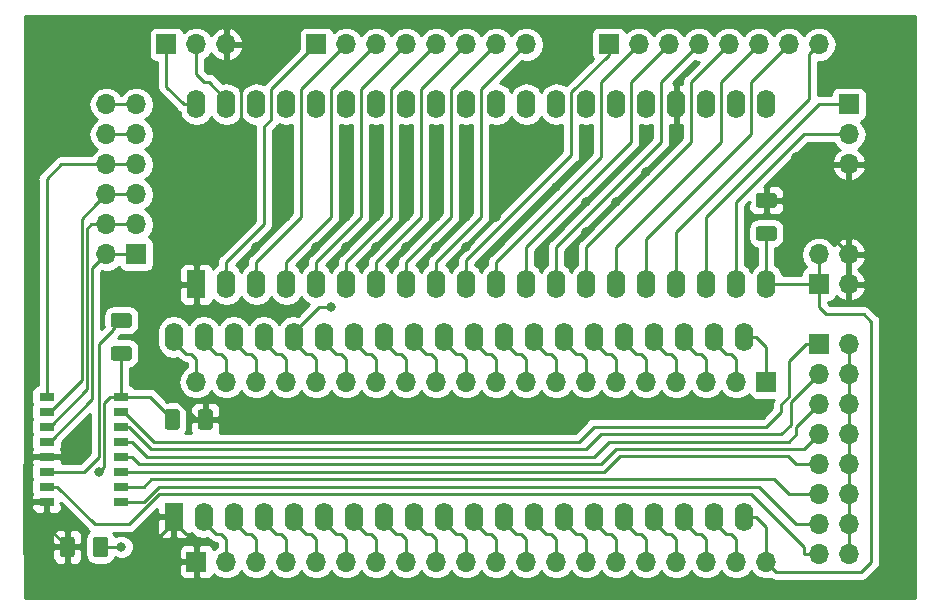
<source format=gbr>
G04 #@! TF.GenerationSoftware,KiCad,Pcbnew,5.0.2-bee76a0~70~ubuntu16.04.1*
G04 #@! TF.CreationDate,2019-06-09T20:50:42+02:00*
G04 #@! TF.ProjectId,VIAxe,56494178-652e-46b6-9963-61645f706362,rev?*
G04 #@! TF.SameCoordinates,Original*
G04 #@! TF.FileFunction,Copper,L1,Top*
G04 #@! TF.FilePolarity,Positive*
%FSLAX46Y46*%
G04 Gerber Fmt 4.6, Leading zero omitted, Abs format (unit mm)*
G04 Created by KiCad (PCBNEW 5.0.2-bee76a0~70~ubuntu16.04.1) date nie, 9 cze 2019, 20:50:42*
%MOMM*%
%LPD*%
G01*
G04 APERTURE LIST*
G04 #@! TA.AperFunction,ComponentPad*
%ADD10O,1.600000X2.400000*%
G04 #@! TD*
G04 #@! TA.AperFunction,ComponentPad*
%ADD11R,1.600000X2.400000*%
G04 #@! TD*
G04 #@! TA.AperFunction,ComponentPad*
%ADD12R,1.700000X1.700000*%
G04 #@! TD*
G04 #@! TA.AperFunction,ComponentPad*
%ADD13O,1.700000X1.700000*%
G04 #@! TD*
G04 #@! TA.AperFunction,Conductor*
%ADD14C,0.100000*%
G04 #@! TD*
G04 #@! TA.AperFunction,SMDPad,CuDef*
%ADD15C,1.250000*%
G04 #@! TD*
G04 #@! TA.AperFunction,SMDPad,CuDef*
%ADD16R,1.300000X0.800000*%
G04 #@! TD*
G04 #@! TA.AperFunction,ViaPad*
%ADD17C,0.800000*%
G04 #@! TD*
G04 #@! TA.AperFunction,Conductor*
%ADD18C,0.250000*%
G04 #@! TD*
G04 #@! TA.AperFunction,Conductor*
%ADD19C,0.254000*%
G04 #@! TD*
G04 APERTURE END LIST*
D10*
G04 #@! TO.P,U2,40*
G04 #@! TO.N,CA1*
X45085000Y-76835000D03*
G04 #@! TO.P,U2,20*
G04 #@! TO.N,VCC*
X93345000Y-92075000D03*
G04 #@! TO.P,U2,39*
G04 #@! TO.N,CA2*
X47625000Y-76835000D03*
G04 #@! TO.P,U2,19*
G04 #@! TO.N,CB2*
X90805000Y-92075000D03*
G04 #@! TO.P,U2,38*
G04 #@! TO.N,/IRQA*
X50165000Y-76835000D03*
G04 #@! TO.P,U2,18*
G04 #@! TO.N,CB1*
X88265000Y-92075000D03*
G04 #@! TO.P,U2,37*
G04 #@! TO.N,/IRQB*
X52705000Y-76835000D03*
G04 #@! TO.P,U2,17*
G04 #@! TO.N,PB7*
X85725000Y-92075000D03*
G04 #@! TO.P,U2,36*
G04 #@! TO.N,A1*
X55245000Y-76835000D03*
G04 #@! TO.P,U2,16*
G04 #@! TO.N,PB6*
X83185000Y-92075000D03*
G04 #@! TO.P,U2,35*
G04 #@! TO.N,A0*
X57785000Y-76835000D03*
G04 #@! TO.P,U2,15*
G04 #@! TO.N,PB5*
X80645000Y-92075000D03*
G04 #@! TO.P,U2,34*
G04 #@! TO.N,/RESET*
X60325000Y-76835000D03*
G04 #@! TO.P,U2,14*
G04 #@! TO.N,PB4*
X78105000Y-92075000D03*
G04 #@! TO.P,U2,33*
G04 #@! TO.N,D0*
X62865000Y-76835000D03*
G04 #@! TO.P,U2,13*
G04 #@! TO.N,PB3*
X75565000Y-92075000D03*
G04 #@! TO.P,U2,32*
G04 #@! TO.N,D1*
X65405000Y-76835000D03*
G04 #@! TO.P,U2,12*
G04 #@! TO.N,PB2*
X73025000Y-92075000D03*
G04 #@! TO.P,U2,31*
G04 #@! TO.N,D2*
X67945000Y-76835000D03*
G04 #@! TO.P,U2,11*
G04 #@! TO.N,PB1*
X70485000Y-92075000D03*
G04 #@! TO.P,U2,30*
G04 #@! TO.N,D3*
X70485000Y-76835000D03*
G04 #@! TO.P,U2,10*
G04 #@! TO.N,PB0*
X67945000Y-92075000D03*
G04 #@! TO.P,U2,29*
G04 #@! TO.N,D4*
X73025000Y-76835000D03*
G04 #@! TO.P,U2,9*
G04 #@! TO.N,PA7*
X65405000Y-92075000D03*
G04 #@! TO.P,U2,28*
G04 #@! TO.N,D5*
X75565000Y-76835000D03*
G04 #@! TO.P,U2,8*
G04 #@! TO.N,PA6*
X62865000Y-92075000D03*
G04 #@! TO.P,U2,27*
G04 #@! TO.N,D6*
X78105000Y-76835000D03*
G04 #@! TO.P,U2,7*
G04 #@! TO.N,PA5*
X60325000Y-92075000D03*
G04 #@! TO.P,U2,26*
G04 #@! TO.N,D7*
X80645000Y-76835000D03*
G04 #@! TO.P,U2,6*
G04 #@! TO.N,PA4*
X57785000Y-92075000D03*
G04 #@! TO.P,U2,25*
G04 #@! TO.N,O2*
X83185000Y-76835000D03*
G04 #@! TO.P,U2,5*
G04 #@! TO.N,PA3*
X55245000Y-92075000D03*
G04 #@! TO.P,U2,24*
G04 #@! TO.N,CS1*
X85725000Y-76835000D03*
G04 #@! TO.P,U2,4*
G04 #@! TO.N,PA2*
X52705000Y-92075000D03*
G04 #@! TO.P,U2,23*
G04 #@! TO.N,/CS2B*
X88265000Y-76835000D03*
G04 #@! TO.P,U2,3*
G04 #@! TO.N,PA1*
X50165000Y-92075000D03*
G04 #@! TO.P,U2,22*
G04 #@! TO.N,CS0*
X90805000Y-76835000D03*
G04 #@! TO.P,U2,2*
G04 #@! TO.N,PA0*
X47625000Y-92075000D03*
G04 #@! TO.P,U2,21*
G04 #@! TO.N,R/W*
X93345000Y-76835000D03*
D11*
G04 #@! TO.P,U2,1*
G04 #@! TO.N,GND*
X45085000Y-92075000D03*
G04 #@! TD*
G04 #@! TO.P,U3,1*
G04 #@! TO.N,GND*
X46990000Y-72390000D03*
D10*
G04 #@! TO.P,U3,21*
G04 #@! TO.N,/IRQA*
X95250000Y-57150000D03*
G04 #@! TO.P,U3,2*
G04 #@! TO.N,VIAPA0*
X49530000Y-72390000D03*
G04 #@! TO.P,U3,22*
G04 #@! TO.N,R/W*
X92710000Y-57150000D03*
G04 #@! TO.P,U3,3*
G04 #@! TO.N,VIAPA1*
X52070000Y-72390000D03*
G04 #@! TO.P,U3,23*
G04 #@! TO.N,/VIACS2*
X90170000Y-57150000D03*
G04 #@! TO.P,U3,4*
G04 #@! TO.N,VIAPA2*
X54610000Y-72390000D03*
G04 #@! TO.P,U3,24*
G04 #@! TO.N,GND*
X87630000Y-57150000D03*
G04 #@! TO.P,U3,5*
G04 #@! TO.N,VIAPA3*
X57150000Y-72390000D03*
G04 #@! TO.P,U3,25*
G04 #@! TO.N,O2*
X85090000Y-57150000D03*
G04 #@! TO.P,U3,6*
G04 #@! TO.N,VIAPA4*
X59690000Y-72390000D03*
G04 #@! TO.P,U3,26*
G04 #@! TO.N,D7*
X82550000Y-57150000D03*
G04 #@! TO.P,U3,7*
G04 #@! TO.N,VIAPA5*
X62230000Y-72390000D03*
G04 #@! TO.P,U3,27*
G04 #@! TO.N,D6*
X80010000Y-57150000D03*
G04 #@! TO.P,U3,8*
G04 #@! TO.N,VIAPA6*
X64770000Y-72390000D03*
G04 #@! TO.P,U3,28*
G04 #@! TO.N,D5*
X77470000Y-57150000D03*
G04 #@! TO.P,U3,9*
G04 #@! TO.N,VIAPA7*
X67310000Y-72390000D03*
G04 #@! TO.P,U3,29*
G04 #@! TO.N,D4*
X74930000Y-57150000D03*
G04 #@! TO.P,U3,10*
G04 #@! TO.N,VIAPB0*
X69850000Y-72390000D03*
G04 #@! TO.P,U3,30*
G04 #@! TO.N,D3*
X72390000Y-57150000D03*
G04 #@! TO.P,U3,11*
G04 #@! TO.N,VIAPB1*
X72390000Y-72390000D03*
G04 #@! TO.P,U3,31*
G04 #@! TO.N,D2*
X69850000Y-57150000D03*
G04 #@! TO.P,U3,12*
G04 #@! TO.N,VIAPB2*
X74930000Y-72390000D03*
G04 #@! TO.P,U3,32*
G04 #@! TO.N,D1*
X67310000Y-57150000D03*
G04 #@! TO.P,U3,13*
G04 #@! TO.N,VIAPB3*
X77470000Y-72390000D03*
G04 #@! TO.P,U3,33*
G04 #@! TO.N,D0*
X64770000Y-57150000D03*
G04 #@! TO.P,U3,14*
G04 #@! TO.N,VIAPB4*
X80010000Y-72390000D03*
G04 #@! TO.P,U3,34*
G04 #@! TO.N,/RESET*
X62230000Y-57150000D03*
G04 #@! TO.P,U3,15*
G04 #@! TO.N,VIAPB5*
X82550000Y-72390000D03*
G04 #@! TO.P,U3,35*
G04 #@! TO.N,A3*
X59690000Y-57150000D03*
G04 #@! TO.P,U3,16*
G04 #@! TO.N,VIAPB6*
X85090000Y-72390000D03*
G04 #@! TO.P,U3,36*
G04 #@! TO.N,A2*
X57150000Y-57150000D03*
G04 #@! TO.P,U3,17*
G04 #@! TO.N,VIAPB7*
X87630000Y-72390000D03*
G04 #@! TO.P,U3,37*
G04 #@! TO.N,A1*
X54610000Y-57150000D03*
G04 #@! TO.P,U3,18*
G04 #@! TO.N,VIACB1*
X90170000Y-72390000D03*
G04 #@! TO.P,U3,38*
G04 #@! TO.N,A0*
X52070000Y-57150000D03*
G04 #@! TO.P,U3,19*
G04 #@! TO.N,VIACB2*
X92710000Y-72390000D03*
G04 #@! TO.P,U3,39*
G04 #@! TO.N,VIACA2*
X49530000Y-57150000D03*
G04 #@! TO.P,U3,20*
G04 #@! TO.N,VCC*
X95250000Y-72390000D03*
G04 #@! TO.P,U3,40*
G04 #@! TO.N,VIACA1*
X46990000Y-57150000D03*
G04 #@! TD*
D12*
G04 #@! TO.P,J1,1*
G04 #@! TO.N,GND*
X46990000Y-95885000D03*
D13*
G04 #@! TO.P,J1,2*
G04 #@! TO.N,PA0*
X49530000Y-95885000D03*
G04 #@! TO.P,J1,3*
G04 #@! TO.N,PA1*
X52070000Y-95885000D03*
G04 #@! TO.P,J1,4*
G04 #@! TO.N,PA2*
X54610000Y-95885000D03*
G04 #@! TO.P,J1,5*
G04 #@! TO.N,PA3*
X57150000Y-95885000D03*
G04 #@! TO.P,J1,6*
G04 #@! TO.N,PA4*
X59690000Y-95885000D03*
G04 #@! TO.P,J1,7*
G04 #@! TO.N,PA5*
X62230000Y-95885000D03*
G04 #@! TO.P,J1,8*
G04 #@! TO.N,PA6*
X64770000Y-95885000D03*
G04 #@! TO.P,J1,9*
G04 #@! TO.N,PA7*
X67310000Y-95885000D03*
G04 #@! TO.P,J1,10*
G04 #@! TO.N,PB0*
X69850000Y-95885000D03*
G04 #@! TO.P,J1,11*
G04 #@! TO.N,PB1*
X72390000Y-95885000D03*
G04 #@! TO.P,J1,12*
G04 #@! TO.N,PB2*
X74930000Y-95885000D03*
G04 #@! TO.P,J1,13*
G04 #@! TO.N,PB3*
X77470000Y-95885000D03*
G04 #@! TO.P,J1,14*
G04 #@! TO.N,PB4*
X80010000Y-95885000D03*
G04 #@! TO.P,J1,15*
G04 #@! TO.N,PB5*
X82550000Y-95885000D03*
G04 #@! TO.P,J1,16*
G04 #@! TO.N,PB6*
X85090000Y-95885000D03*
G04 #@! TO.P,J1,17*
G04 #@! TO.N,PB7*
X87630000Y-95885000D03*
G04 #@! TO.P,J1,18*
G04 #@! TO.N,CB1*
X90170000Y-95885000D03*
G04 #@! TO.P,J1,19*
G04 #@! TO.N,CB2*
X92710000Y-95885000D03*
G04 #@! TO.P,J1,20*
G04 #@! TO.N,VCC*
X95250000Y-95885000D03*
G04 #@! TD*
G04 #@! TO.P,J2,20*
G04 #@! TO.N,CA1*
X46990000Y-80645000D03*
G04 #@! TO.P,J2,19*
G04 #@! TO.N,CA2*
X49530000Y-80645000D03*
G04 #@! TO.P,J2,18*
G04 #@! TO.N,/IRQA*
X52070000Y-80645000D03*
G04 #@! TO.P,J2,17*
G04 #@! TO.N,/IRQB*
X54610000Y-80645000D03*
G04 #@! TO.P,J2,16*
G04 #@! TO.N,A1*
X57150000Y-80645000D03*
G04 #@! TO.P,J2,15*
G04 #@! TO.N,A0*
X59690000Y-80645000D03*
G04 #@! TO.P,J2,14*
G04 #@! TO.N,/RESET*
X62230000Y-80645000D03*
G04 #@! TO.P,J2,13*
G04 #@! TO.N,D0*
X64770000Y-80645000D03*
G04 #@! TO.P,J2,12*
G04 #@! TO.N,D1*
X67310000Y-80645000D03*
G04 #@! TO.P,J2,11*
G04 #@! TO.N,D2*
X69850000Y-80645000D03*
G04 #@! TO.P,J2,10*
G04 #@! TO.N,D3*
X72390000Y-80645000D03*
G04 #@! TO.P,J2,9*
G04 #@! TO.N,D4*
X74930000Y-80645000D03*
G04 #@! TO.P,J2,8*
G04 #@! TO.N,D5*
X77470000Y-80645000D03*
G04 #@! TO.P,J2,7*
G04 #@! TO.N,D6*
X80010000Y-80645000D03*
G04 #@! TO.P,J2,6*
G04 #@! TO.N,D7*
X82550000Y-80645000D03*
G04 #@! TO.P,J2,5*
G04 #@! TO.N,O2*
X85090000Y-80645000D03*
G04 #@! TO.P,J2,4*
G04 #@! TO.N,CS1*
X87630000Y-80645000D03*
G04 #@! TO.P,J2,3*
G04 #@! TO.N,/CS2B*
X90170000Y-80645000D03*
G04 #@! TO.P,J2,2*
G04 #@! TO.N,CS0*
X92710000Y-80645000D03*
D12*
G04 #@! TO.P,J2,1*
G04 #@! TO.N,R/W*
X95250000Y-80645000D03*
G04 #@! TD*
G04 #@! TO.P,J3,1*
G04 #@! TO.N,/D500*
X99695000Y-77470000D03*
D13*
G04 #@! TO.P,J3,2*
G04 #@! TO.N,/VIACS2*
X102235000Y-77470000D03*
G04 #@! TO.P,J3,3*
G04 #@! TO.N,/D520*
X99695000Y-80010000D03*
G04 #@! TO.P,J3,4*
G04 #@! TO.N,/VIACS2*
X102235000Y-80010000D03*
G04 #@! TO.P,J3,5*
G04 #@! TO.N,/D540*
X99695000Y-82550000D03*
G04 #@! TO.P,J3,6*
G04 #@! TO.N,/VIACS2*
X102235000Y-82550000D03*
G04 #@! TO.P,J3,7*
G04 #@! TO.N,/D560*
X99695000Y-85090000D03*
G04 #@! TO.P,J3,8*
G04 #@! TO.N,/VIACS2*
X102235000Y-85090000D03*
G04 #@! TO.P,J3,9*
G04 #@! TO.N,/D580*
X99695000Y-87630000D03*
G04 #@! TO.P,J3,10*
G04 #@! TO.N,/VIACS2*
X102235000Y-87630000D03*
G04 #@! TO.P,J3,11*
G04 #@! TO.N,/D5A0*
X99695000Y-90170000D03*
G04 #@! TO.P,J3,12*
G04 #@! TO.N,/VIACS2*
X102235000Y-90170000D03*
G04 #@! TO.P,J3,13*
G04 #@! TO.N,/D5C0*
X99695000Y-92710000D03*
G04 #@! TO.P,J3,14*
G04 #@! TO.N,/VIACS2*
X102235000Y-92710000D03*
G04 #@! TO.P,J3,15*
G04 #@! TO.N,/D5E0*
X99695000Y-95250000D03*
G04 #@! TO.P,J3,16*
G04 #@! TO.N,/VIACS2*
X102235000Y-95250000D03*
G04 #@! TD*
D14*
G04 #@! TO.N,VCC*
G04 #@! TO.C,C1*
G36*
X95899504Y-67451204D02*
X95923773Y-67454804D01*
X95947571Y-67460765D01*
X95970671Y-67469030D01*
X95992849Y-67479520D01*
X96013893Y-67492133D01*
X96033598Y-67506747D01*
X96051777Y-67523223D01*
X96068253Y-67541402D01*
X96082867Y-67561107D01*
X96095480Y-67582151D01*
X96105970Y-67604329D01*
X96114235Y-67627429D01*
X96120196Y-67651227D01*
X96123796Y-67675496D01*
X96125000Y-67700000D01*
X96125000Y-68450000D01*
X96123796Y-68474504D01*
X96120196Y-68498773D01*
X96114235Y-68522571D01*
X96105970Y-68545671D01*
X96095480Y-68567849D01*
X96082867Y-68588893D01*
X96068253Y-68608598D01*
X96051777Y-68626777D01*
X96033598Y-68643253D01*
X96013893Y-68657867D01*
X95992849Y-68670480D01*
X95970671Y-68680970D01*
X95947571Y-68689235D01*
X95923773Y-68695196D01*
X95899504Y-68698796D01*
X95875000Y-68700000D01*
X94625000Y-68700000D01*
X94600496Y-68698796D01*
X94576227Y-68695196D01*
X94552429Y-68689235D01*
X94529329Y-68680970D01*
X94507151Y-68670480D01*
X94486107Y-68657867D01*
X94466402Y-68643253D01*
X94448223Y-68626777D01*
X94431747Y-68608598D01*
X94417133Y-68588893D01*
X94404520Y-68567849D01*
X94394030Y-68545671D01*
X94385765Y-68522571D01*
X94379804Y-68498773D01*
X94376204Y-68474504D01*
X94375000Y-68450000D01*
X94375000Y-67700000D01*
X94376204Y-67675496D01*
X94379804Y-67651227D01*
X94385765Y-67627429D01*
X94394030Y-67604329D01*
X94404520Y-67582151D01*
X94417133Y-67561107D01*
X94431747Y-67541402D01*
X94448223Y-67523223D01*
X94466402Y-67506747D01*
X94486107Y-67492133D01*
X94507151Y-67479520D01*
X94529329Y-67469030D01*
X94552429Y-67460765D01*
X94576227Y-67454804D01*
X94600496Y-67451204D01*
X94625000Y-67450000D01*
X95875000Y-67450000D01*
X95899504Y-67451204D01*
X95899504Y-67451204D01*
G37*
D15*
G04 #@! TD*
G04 #@! TO.P,C1,1*
G04 #@! TO.N,VCC*
X95250000Y-68075000D03*
D14*
G04 #@! TO.N,GND*
G04 #@! TO.C,C1*
G36*
X95899504Y-64651204D02*
X95923773Y-64654804D01*
X95947571Y-64660765D01*
X95970671Y-64669030D01*
X95992849Y-64679520D01*
X96013893Y-64692133D01*
X96033598Y-64706747D01*
X96051777Y-64723223D01*
X96068253Y-64741402D01*
X96082867Y-64761107D01*
X96095480Y-64782151D01*
X96105970Y-64804329D01*
X96114235Y-64827429D01*
X96120196Y-64851227D01*
X96123796Y-64875496D01*
X96125000Y-64900000D01*
X96125000Y-65650000D01*
X96123796Y-65674504D01*
X96120196Y-65698773D01*
X96114235Y-65722571D01*
X96105970Y-65745671D01*
X96095480Y-65767849D01*
X96082867Y-65788893D01*
X96068253Y-65808598D01*
X96051777Y-65826777D01*
X96033598Y-65843253D01*
X96013893Y-65857867D01*
X95992849Y-65870480D01*
X95970671Y-65880970D01*
X95947571Y-65889235D01*
X95923773Y-65895196D01*
X95899504Y-65898796D01*
X95875000Y-65900000D01*
X94625000Y-65900000D01*
X94600496Y-65898796D01*
X94576227Y-65895196D01*
X94552429Y-65889235D01*
X94529329Y-65880970D01*
X94507151Y-65870480D01*
X94486107Y-65857867D01*
X94466402Y-65843253D01*
X94448223Y-65826777D01*
X94431747Y-65808598D01*
X94417133Y-65788893D01*
X94404520Y-65767849D01*
X94394030Y-65745671D01*
X94385765Y-65722571D01*
X94379804Y-65698773D01*
X94376204Y-65674504D01*
X94375000Y-65650000D01*
X94375000Y-64900000D01*
X94376204Y-64875496D01*
X94379804Y-64851227D01*
X94385765Y-64827429D01*
X94394030Y-64804329D01*
X94404520Y-64782151D01*
X94417133Y-64761107D01*
X94431747Y-64741402D01*
X94448223Y-64723223D01*
X94466402Y-64706747D01*
X94486107Y-64692133D01*
X94507151Y-64679520D01*
X94529329Y-64669030D01*
X94552429Y-64660765D01*
X94576227Y-64654804D01*
X94600496Y-64651204D01*
X94625000Y-64650000D01*
X95875000Y-64650000D01*
X95899504Y-64651204D01*
X95899504Y-64651204D01*
G37*
D15*
G04 #@! TD*
G04 #@! TO.P,C1,2*
G04 #@! TO.N,GND*
X95250000Y-65275000D03*
D14*
G04 #@! TO.N,GND*
G04 #@! TO.C,C2*
G36*
X36464504Y-93741204D02*
X36488773Y-93744804D01*
X36512571Y-93750765D01*
X36535671Y-93759030D01*
X36557849Y-93769520D01*
X36578893Y-93782133D01*
X36598598Y-93796747D01*
X36616777Y-93813223D01*
X36633253Y-93831402D01*
X36647867Y-93851107D01*
X36660480Y-93872151D01*
X36670970Y-93894329D01*
X36679235Y-93917429D01*
X36685196Y-93941227D01*
X36688796Y-93965496D01*
X36690000Y-93990000D01*
X36690000Y-95240000D01*
X36688796Y-95264504D01*
X36685196Y-95288773D01*
X36679235Y-95312571D01*
X36670970Y-95335671D01*
X36660480Y-95357849D01*
X36647867Y-95378893D01*
X36633253Y-95398598D01*
X36616777Y-95416777D01*
X36598598Y-95433253D01*
X36578893Y-95447867D01*
X36557849Y-95460480D01*
X36535671Y-95470970D01*
X36512571Y-95479235D01*
X36488773Y-95485196D01*
X36464504Y-95488796D01*
X36440000Y-95490000D01*
X35690000Y-95490000D01*
X35665496Y-95488796D01*
X35641227Y-95485196D01*
X35617429Y-95479235D01*
X35594329Y-95470970D01*
X35572151Y-95460480D01*
X35551107Y-95447867D01*
X35531402Y-95433253D01*
X35513223Y-95416777D01*
X35496747Y-95398598D01*
X35482133Y-95378893D01*
X35469520Y-95357849D01*
X35459030Y-95335671D01*
X35450765Y-95312571D01*
X35444804Y-95288773D01*
X35441204Y-95264504D01*
X35440000Y-95240000D01*
X35440000Y-93990000D01*
X35441204Y-93965496D01*
X35444804Y-93941227D01*
X35450765Y-93917429D01*
X35459030Y-93894329D01*
X35469520Y-93872151D01*
X35482133Y-93851107D01*
X35496747Y-93831402D01*
X35513223Y-93813223D01*
X35531402Y-93796747D01*
X35551107Y-93782133D01*
X35572151Y-93769520D01*
X35594329Y-93759030D01*
X35617429Y-93750765D01*
X35641227Y-93744804D01*
X35665496Y-93741204D01*
X35690000Y-93740000D01*
X36440000Y-93740000D01*
X36464504Y-93741204D01*
X36464504Y-93741204D01*
G37*
D15*
G04 #@! TD*
G04 #@! TO.P,C2,2*
G04 #@! TO.N,GND*
X36065000Y-94615000D03*
D14*
G04 #@! TO.N,VCC*
G04 #@! TO.C,C2*
G36*
X39264504Y-93741204D02*
X39288773Y-93744804D01*
X39312571Y-93750765D01*
X39335671Y-93759030D01*
X39357849Y-93769520D01*
X39378893Y-93782133D01*
X39398598Y-93796747D01*
X39416777Y-93813223D01*
X39433253Y-93831402D01*
X39447867Y-93851107D01*
X39460480Y-93872151D01*
X39470970Y-93894329D01*
X39479235Y-93917429D01*
X39485196Y-93941227D01*
X39488796Y-93965496D01*
X39490000Y-93990000D01*
X39490000Y-95240000D01*
X39488796Y-95264504D01*
X39485196Y-95288773D01*
X39479235Y-95312571D01*
X39470970Y-95335671D01*
X39460480Y-95357849D01*
X39447867Y-95378893D01*
X39433253Y-95398598D01*
X39416777Y-95416777D01*
X39398598Y-95433253D01*
X39378893Y-95447867D01*
X39357849Y-95460480D01*
X39335671Y-95470970D01*
X39312571Y-95479235D01*
X39288773Y-95485196D01*
X39264504Y-95488796D01*
X39240000Y-95490000D01*
X38490000Y-95490000D01*
X38465496Y-95488796D01*
X38441227Y-95485196D01*
X38417429Y-95479235D01*
X38394329Y-95470970D01*
X38372151Y-95460480D01*
X38351107Y-95447867D01*
X38331402Y-95433253D01*
X38313223Y-95416777D01*
X38296747Y-95398598D01*
X38282133Y-95378893D01*
X38269520Y-95357849D01*
X38259030Y-95335671D01*
X38250765Y-95312571D01*
X38244804Y-95288773D01*
X38241204Y-95264504D01*
X38240000Y-95240000D01*
X38240000Y-93990000D01*
X38241204Y-93965496D01*
X38244804Y-93941227D01*
X38250765Y-93917429D01*
X38259030Y-93894329D01*
X38269520Y-93872151D01*
X38282133Y-93851107D01*
X38296747Y-93831402D01*
X38313223Y-93813223D01*
X38331402Y-93796747D01*
X38351107Y-93782133D01*
X38372151Y-93769520D01*
X38394329Y-93759030D01*
X38417429Y-93750765D01*
X38441227Y-93744804D01*
X38465496Y-93741204D01*
X38490000Y-93740000D01*
X39240000Y-93740000D01*
X39264504Y-93741204D01*
X39264504Y-93741204D01*
G37*
D15*
G04 #@! TD*
G04 #@! TO.P,C2,1*
G04 #@! TO.N,VCC*
X38865000Y-94615000D03*
D14*
G04 #@! TO.N,VCC*
G04 #@! TO.C,C3*
G36*
X45354504Y-82946204D02*
X45378773Y-82949804D01*
X45402571Y-82955765D01*
X45425671Y-82964030D01*
X45447849Y-82974520D01*
X45468893Y-82987133D01*
X45488598Y-83001747D01*
X45506777Y-83018223D01*
X45523253Y-83036402D01*
X45537867Y-83056107D01*
X45550480Y-83077151D01*
X45560970Y-83099329D01*
X45569235Y-83122429D01*
X45575196Y-83146227D01*
X45578796Y-83170496D01*
X45580000Y-83195000D01*
X45580000Y-84445000D01*
X45578796Y-84469504D01*
X45575196Y-84493773D01*
X45569235Y-84517571D01*
X45560970Y-84540671D01*
X45550480Y-84562849D01*
X45537867Y-84583893D01*
X45523253Y-84603598D01*
X45506777Y-84621777D01*
X45488598Y-84638253D01*
X45468893Y-84652867D01*
X45447849Y-84665480D01*
X45425671Y-84675970D01*
X45402571Y-84684235D01*
X45378773Y-84690196D01*
X45354504Y-84693796D01*
X45330000Y-84695000D01*
X44580000Y-84695000D01*
X44555496Y-84693796D01*
X44531227Y-84690196D01*
X44507429Y-84684235D01*
X44484329Y-84675970D01*
X44462151Y-84665480D01*
X44441107Y-84652867D01*
X44421402Y-84638253D01*
X44403223Y-84621777D01*
X44386747Y-84603598D01*
X44372133Y-84583893D01*
X44359520Y-84562849D01*
X44349030Y-84540671D01*
X44340765Y-84517571D01*
X44334804Y-84493773D01*
X44331204Y-84469504D01*
X44330000Y-84445000D01*
X44330000Y-83195000D01*
X44331204Y-83170496D01*
X44334804Y-83146227D01*
X44340765Y-83122429D01*
X44349030Y-83099329D01*
X44359520Y-83077151D01*
X44372133Y-83056107D01*
X44386747Y-83036402D01*
X44403223Y-83018223D01*
X44421402Y-83001747D01*
X44441107Y-82987133D01*
X44462151Y-82974520D01*
X44484329Y-82964030D01*
X44507429Y-82955765D01*
X44531227Y-82949804D01*
X44555496Y-82946204D01*
X44580000Y-82945000D01*
X45330000Y-82945000D01*
X45354504Y-82946204D01*
X45354504Y-82946204D01*
G37*
D15*
G04 #@! TD*
G04 #@! TO.P,C3,1*
G04 #@! TO.N,VCC*
X44955000Y-83820000D03*
D14*
G04 #@! TO.N,GND*
G04 #@! TO.C,C3*
G36*
X48154504Y-82946204D02*
X48178773Y-82949804D01*
X48202571Y-82955765D01*
X48225671Y-82964030D01*
X48247849Y-82974520D01*
X48268893Y-82987133D01*
X48288598Y-83001747D01*
X48306777Y-83018223D01*
X48323253Y-83036402D01*
X48337867Y-83056107D01*
X48350480Y-83077151D01*
X48360970Y-83099329D01*
X48369235Y-83122429D01*
X48375196Y-83146227D01*
X48378796Y-83170496D01*
X48380000Y-83195000D01*
X48380000Y-84445000D01*
X48378796Y-84469504D01*
X48375196Y-84493773D01*
X48369235Y-84517571D01*
X48360970Y-84540671D01*
X48350480Y-84562849D01*
X48337867Y-84583893D01*
X48323253Y-84603598D01*
X48306777Y-84621777D01*
X48288598Y-84638253D01*
X48268893Y-84652867D01*
X48247849Y-84665480D01*
X48225671Y-84675970D01*
X48202571Y-84684235D01*
X48178773Y-84690196D01*
X48154504Y-84693796D01*
X48130000Y-84695000D01*
X47380000Y-84695000D01*
X47355496Y-84693796D01*
X47331227Y-84690196D01*
X47307429Y-84684235D01*
X47284329Y-84675970D01*
X47262151Y-84665480D01*
X47241107Y-84652867D01*
X47221402Y-84638253D01*
X47203223Y-84621777D01*
X47186747Y-84603598D01*
X47172133Y-84583893D01*
X47159520Y-84562849D01*
X47149030Y-84540671D01*
X47140765Y-84517571D01*
X47134804Y-84493773D01*
X47131204Y-84469504D01*
X47130000Y-84445000D01*
X47130000Y-83195000D01*
X47131204Y-83170496D01*
X47134804Y-83146227D01*
X47140765Y-83122429D01*
X47149030Y-83099329D01*
X47159520Y-83077151D01*
X47172133Y-83056107D01*
X47186747Y-83036402D01*
X47203223Y-83018223D01*
X47221402Y-83001747D01*
X47241107Y-82987133D01*
X47262151Y-82974520D01*
X47284329Y-82964030D01*
X47307429Y-82955765D01*
X47331227Y-82949804D01*
X47355496Y-82946204D01*
X47380000Y-82945000D01*
X48130000Y-82945000D01*
X48154504Y-82946204D01*
X48154504Y-82946204D01*
G37*
D15*
G04 #@! TD*
G04 #@! TO.P,C3,2*
G04 #@! TO.N,GND*
X47755000Y-83820000D03*
D14*
G04 #@! TO.N,VCC*
G04 #@! TO.C,R1*
G36*
X41289504Y-77611204D02*
X41313773Y-77614804D01*
X41337571Y-77620765D01*
X41360671Y-77629030D01*
X41382849Y-77639520D01*
X41403893Y-77652133D01*
X41423598Y-77666747D01*
X41441777Y-77683223D01*
X41458253Y-77701402D01*
X41472867Y-77721107D01*
X41485480Y-77742151D01*
X41495970Y-77764329D01*
X41504235Y-77787429D01*
X41510196Y-77811227D01*
X41513796Y-77835496D01*
X41515000Y-77860000D01*
X41515000Y-78610000D01*
X41513796Y-78634504D01*
X41510196Y-78658773D01*
X41504235Y-78682571D01*
X41495970Y-78705671D01*
X41485480Y-78727849D01*
X41472867Y-78748893D01*
X41458253Y-78768598D01*
X41441777Y-78786777D01*
X41423598Y-78803253D01*
X41403893Y-78817867D01*
X41382849Y-78830480D01*
X41360671Y-78840970D01*
X41337571Y-78849235D01*
X41313773Y-78855196D01*
X41289504Y-78858796D01*
X41265000Y-78860000D01*
X40015000Y-78860000D01*
X39990496Y-78858796D01*
X39966227Y-78855196D01*
X39942429Y-78849235D01*
X39919329Y-78840970D01*
X39897151Y-78830480D01*
X39876107Y-78817867D01*
X39856402Y-78803253D01*
X39838223Y-78786777D01*
X39821747Y-78768598D01*
X39807133Y-78748893D01*
X39794520Y-78727849D01*
X39784030Y-78705671D01*
X39775765Y-78682571D01*
X39769804Y-78658773D01*
X39766204Y-78634504D01*
X39765000Y-78610000D01*
X39765000Y-77860000D01*
X39766204Y-77835496D01*
X39769804Y-77811227D01*
X39775765Y-77787429D01*
X39784030Y-77764329D01*
X39794520Y-77742151D01*
X39807133Y-77721107D01*
X39821747Y-77701402D01*
X39838223Y-77683223D01*
X39856402Y-77666747D01*
X39876107Y-77652133D01*
X39897151Y-77639520D01*
X39919329Y-77629030D01*
X39942429Y-77620765D01*
X39966227Y-77614804D01*
X39990496Y-77611204D01*
X40015000Y-77610000D01*
X41265000Y-77610000D01*
X41289504Y-77611204D01*
X41289504Y-77611204D01*
G37*
D15*
G04 #@! TD*
G04 #@! TO.P,R1,1*
G04 #@! TO.N,VCC*
X40640000Y-78235000D03*
D14*
G04 #@! TO.N,Net-(R1-Pad2)*
G04 #@! TO.C,R1*
G36*
X41289504Y-74811204D02*
X41313773Y-74814804D01*
X41337571Y-74820765D01*
X41360671Y-74829030D01*
X41382849Y-74839520D01*
X41403893Y-74852133D01*
X41423598Y-74866747D01*
X41441777Y-74883223D01*
X41458253Y-74901402D01*
X41472867Y-74921107D01*
X41485480Y-74942151D01*
X41495970Y-74964329D01*
X41504235Y-74987429D01*
X41510196Y-75011227D01*
X41513796Y-75035496D01*
X41515000Y-75060000D01*
X41515000Y-75810000D01*
X41513796Y-75834504D01*
X41510196Y-75858773D01*
X41504235Y-75882571D01*
X41495970Y-75905671D01*
X41485480Y-75927849D01*
X41472867Y-75948893D01*
X41458253Y-75968598D01*
X41441777Y-75986777D01*
X41423598Y-76003253D01*
X41403893Y-76017867D01*
X41382849Y-76030480D01*
X41360671Y-76040970D01*
X41337571Y-76049235D01*
X41313773Y-76055196D01*
X41289504Y-76058796D01*
X41265000Y-76060000D01*
X40015000Y-76060000D01*
X39990496Y-76058796D01*
X39966227Y-76055196D01*
X39942429Y-76049235D01*
X39919329Y-76040970D01*
X39897151Y-76030480D01*
X39876107Y-76017867D01*
X39856402Y-76003253D01*
X39838223Y-75986777D01*
X39821747Y-75968598D01*
X39807133Y-75948893D01*
X39794520Y-75927849D01*
X39784030Y-75905671D01*
X39775765Y-75882571D01*
X39769804Y-75858773D01*
X39766204Y-75834504D01*
X39765000Y-75810000D01*
X39765000Y-75060000D01*
X39766204Y-75035496D01*
X39769804Y-75011227D01*
X39775765Y-74987429D01*
X39784030Y-74964329D01*
X39794520Y-74942151D01*
X39807133Y-74921107D01*
X39821747Y-74901402D01*
X39838223Y-74883223D01*
X39856402Y-74866747D01*
X39876107Y-74852133D01*
X39897151Y-74839520D01*
X39919329Y-74829030D01*
X39942429Y-74820765D01*
X39966227Y-74814804D01*
X39990496Y-74811204D01*
X40015000Y-74810000D01*
X41265000Y-74810000D01*
X41289504Y-74811204D01*
X41289504Y-74811204D01*
G37*
D15*
G04 #@! TD*
G04 #@! TO.P,R1,2*
G04 #@! TO.N,Net-(R1-Pad2)*
X40640000Y-75435000D03*
D12*
G04 #@! TO.P,J5,1*
G04 #@! TO.N,VIACA1*
X44450000Y-52070000D03*
D13*
G04 #@! TO.P,J5,2*
G04 #@! TO.N,VIACA2*
X46990000Y-52070000D03*
G04 #@! TO.P,J5,3*
G04 #@! TO.N,GND*
X49530000Y-52070000D03*
G04 #@! TD*
D12*
G04 #@! TO.P,J6,1*
G04 #@! TO.N,VIAPA0*
X57150000Y-52070000D03*
D13*
G04 #@! TO.P,J6,2*
G04 #@! TO.N,VIAPA1*
X59690000Y-52070000D03*
G04 #@! TO.P,J6,3*
G04 #@! TO.N,VIAPA2*
X62230000Y-52070000D03*
G04 #@! TO.P,J6,4*
G04 #@! TO.N,VIAPA3*
X64770000Y-52070000D03*
G04 #@! TO.P,J6,5*
G04 #@! TO.N,VIAPA4*
X67310000Y-52070000D03*
G04 #@! TO.P,J6,6*
G04 #@! TO.N,VIAPA5*
X69850000Y-52070000D03*
G04 #@! TO.P,J6,7*
G04 #@! TO.N,VIAPA6*
X72390000Y-52070000D03*
G04 #@! TO.P,J6,8*
G04 #@! TO.N,VIAPA7*
X74930000Y-52070000D03*
G04 #@! TD*
G04 #@! TO.P,J7,8*
G04 #@! TO.N,VIAPB7*
X99695000Y-52070000D03*
G04 #@! TO.P,J7,7*
G04 #@! TO.N,VIAPB6*
X97155000Y-52070000D03*
G04 #@! TO.P,J7,6*
G04 #@! TO.N,VIAPB5*
X94615000Y-52070000D03*
G04 #@! TO.P,J7,5*
G04 #@! TO.N,VIAPB4*
X92075000Y-52070000D03*
G04 #@! TO.P,J7,4*
G04 #@! TO.N,VIAPB3*
X89535000Y-52070000D03*
G04 #@! TO.P,J7,3*
G04 #@! TO.N,VIAPB2*
X86995000Y-52070000D03*
G04 #@! TO.P,J7,2*
G04 #@! TO.N,VIAPB1*
X84455000Y-52070000D03*
D12*
G04 #@! TO.P,J7,1*
G04 #@! TO.N,VIAPB0*
X81915000Y-52070000D03*
G04 #@! TD*
D13*
G04 #@! TO.P,J8,3*
G04 #@! TO.N,GND*
X102235000Y-62230000D03*
G04 #@! TO.P,J8,2*
G04 #@! TO.N,VIACB2*
X102235000Y-59690000D03*
D12*
G04 #@! TO.P,J8,1*
G04 #@! TO.N,VIACB1*
X102235000Y-57150000D03*
G04 #@! TD*
D16*
G04 #@! TO.P,U1,1*
G04 #@! TO.N,/A5*
X34315000Y-81910000D03*
G04 #@! TO.P,U1,2*
G04 #@! TO.N,/A6*
X34315000Y-83190000D03*
G04 #@! TO.P,U1,3*
G04 #@! TO.N,/A7*
X34315000Y-84450000D03*
G04 #@! TO.P,U1,4*
G04 #@! TO.N,/CCTL*
X34315000Y-85720000D03*
G04 #@! TO.P,U1,5*
G04 #@! TO.N,GND*
X34315000Y-87000000D03*
G04 #@! TO.P,U1,6*
G04 #@! TO.N,Net-(R1-Pad2)*
X34315000Y-88270000D03*
G04 #@! TO.P,U1,7*
G04 #@! TO.N,/D5E0*
X34315000Y-89530000D03*
G04 #@! TO.P,U1,8*
G04 #@! TO.N,GND*
X34315000Y-90810000D03*
G04 #@! TO.P,U1,9*
G04 #@! TO.N,/D5C0*
X40615000Y-90810000D03*
G04 #@! TO.P,U1,10*
G04 #@! TO.N,/D5A0*
X40615000Y-89530000D03*
G04 #@! TO.P,U1,11*
G04 #@! TO.N,/D580*
X40615000Y-88270000D03*
G04 #@! TO.P,U1,12*
G04 #@! TO.N,/D560*
X40615000Y-87000000D03*
G04 #@! TO.P,U1,13*
G04 #@! TO.N,/D540*
X40615000Y-85720000D03*
G04 #@! TO.P,U1,14*
G04 #@! TO.N,/D520*
X40615000Y-84450000D03*
G04 #@! TO.P,U1,15*
G04 #@! TO.N,/D500*
X40615000Y-83190000D03*
G04 #@! TO.P,U1,16*
G04 #@! TO.N,VCC*
X40615000Y-81910000D03*
G04 #@! TD*
D12*
G04 #@! TO.P,J4,1*
G04 #@! TO.N,/CCTL*
X41910000Y-69850000D03*
D13*
G04 #@! TO.P,J4,2*
X39370000Y-69850000D03*
G04 #@! TO.P,J4,3*
G04 #@! TO.N,/A7*
X41910000Y-67310000D03*
G04 #@! TO.P,J4,4*
X39370000Y-67310000D03*
G04 #@! TO.P,J4,5*
G04 #@! TO.N,/A6*
X41910000Y-64770000D03*
G04 #@! TO.P,J4,6*
X39370000Y-64770000D03*
G04 #@! TO.P,J4,7*
G04 #@! TO.N,/A5*
X41910000Y-62230000D03*
G04 #@! TO.P,J4,8*
X39370000Y-62230000D03*
G04 #@! TO.P,J4,9*
G04 #@! TO.N,A3*
X41910000Y-59690000D03*
G04 #@! TO.P,J4,10*
X39370000Y-59690000D03*
G04 #@! TO.P,J4,11*
G04 #@! TO.N,A2*
X41910000Y-57150000D03*
G04 #@! TO.P,J4,12*
X39370000Y-57150000D03*
G04 #@! TD*
D12*
G04 #@! TO.P,J9,1*
G04 #@! TO.N,VCC*
X99695000Y-72390000D03*
D13*
G04 #@! TO.P,J9,2*
X99695000Y-69850000D03*
G04 #@! TO.P,J9,3*
G04 #@! TO.N,GND*
X102235000Y-72390000D03*
G04 #@! TO.P,J9,4*
X102235000Y-69850000D03*
G04 #@! TD*
D17*
G04 #@! TO.N,GND*
X80010000Y-67945000D03*
X80010000Y-65405000D03*
X82550000Y-65405000D03*
X77470000Y-60960000D03*
X77470000Y-64135000D03*
X80010000Y-60960000D03*
X69850000Y-66675000D03*
X69850000Y-69215000D03*
X67310000Y-69215000D03*
X72390000Y-66675000D03*
X74930000Y-62865000D03*
X54610000Y-66675000D03*
X57150000Y-69215000D03*
X59690000Y-66675000D03*
X59690000Y-69215000D03*
X64770000Y-69215000D03*
X67310000Y-66675000D03*
X37465000Y-85090000D03*
X97790000Y-61595000D03*
X43180000Y-79375000D03*
X48260000Y-69215000D03*
X52070000Y-69215000D03*
X85090000Y-62865000D03*
X64770000Y-66675000D03*
X62229998Y-66675000D03*
X62230000Y-69215002D03*
G04 #@! TO.N,VCC*
X38735000Y-88265000D03*
X40640000Y-94615000D03*
G04 #@! TO.N,A1*
X58420000Y-74295000D03*
G04 #@! TD*
D18*
G04 #@! TO.N,GND*
X102235000Y-72390000D02*
X102235000Y-69850000D01*
X102235000Y-69850000D02*
X102235000Y-62230000D01*
X97660000Y-65275000D02*
X102235000Y-69850000D01*
X95250000Y-65275000D02*
X97660000Y-65275000D01*
X45085000Y-92475000D02*
X45085000Y-92075000D01*
X46135000Y-93525000D02*
X45085000Y-92475000D01*
X46535000Y-93525000D02*
X46135000Y-93525000D01*
X46990000Y-93980000D02*
X46535000Y-93525000D01*
X46990000Y-95885000D02*
X46990000Y-93980000D01*
X36065000Y-97025000D02*
X36065000Y-94615000D01*
X40405000Y-97155000D02*
X36195000Y-97155000D01*
X36195000Y-97155000D02*
X36065000Y-97025000D01*
X45085000Y-92475000D02*
X40405000Y-97155000D01*
X34315000Y-92865000D02*
X34315000Y-90810000D01*
X36065000Y-94615000D02*
X34315000Y-92865000D01*
X34065000Y-87000000D02*
X34060000Y-86995000D01*
X34315000Y-87000000D02*
X34065000Y-87000000D01*
X34060000Y-86995000D02*
X33020000Y-86995000D01*
X33020000Y-86995000D02*
X32385000Y-87630000D01*
X32385000Y-87630000D02*
X32385000Y-95250000D01*
X34290000Y-97155000D02*
X36195000Y-97155000D01*
X32385000Y-95250000D02*
X34290000Y-97155000D01*
X35555000Y-87000000D02*
X37465000Y-85090000D01*
X34315000Y-87000000D02*
X35555000Y-87000000D01*
X98425000Y-62230000D02*
X97790000Y-61595000D01*
X102235000Y-62230000D02*
X98425000Y-62230000D01*
X46990000Y-96985000D02*
X48430000Y-98425000D01*
X46990000Y-95885000D02*
X46990000Y-96985000D01*
X48430000Y-98425000D02*
X104775000Y-98425000D01*
X104775000Y-98425000D02*
X105410000Y-97790000D01*
X105410000Y-97790000D02*
X105410000Y-73660000D01*
X104140000Y-72390000D02*
X102235000Y-72390000D01*
X105410000Y-73660000D02*
X104140000Y-72390000D01*
X43180000Y-80010000D02*
X43180000Y-79375000D01*
X46990000Y-83820000D02*
X43180000Y-80010000D01*
X47755000Y-83820000D02*
X46990000Y-83820000D01*
X46990000Y-70485000D02*
X46990000Y-72390000D01*
X49530000Y-52070000D02*
X49530000Y-53975000D01*
X49530000Y-53975000D02*
X50800000Y-55245000D01*
X50800000Y-66675000D02*
X48260000Y-69215000D01*
X50800000Y-55245000D02*
X50800000Y-66675000D01*
X48260000Y-69215000D02*
X46990000Y-70485000D01*
X52070000Y-69215000D02*
X54610000Y-66675000D01*
X57150000Y-69215000D02*
X59690000Y-66675000D01*
X59690000Y-69215000D02*
X62230000Y-66675000D01*
X64770000Y-69215000D02*
X67310000Y-66675000D01*
X69850000Y-66675000D02*
X67310000Y-69215000D01*
X69850000Y-69215000D02*
X72390000Y-66675000D01*
X72390000Y-65405000D02*
X74930000Y-62865000D01*
X72390000Y-66675000D02*
X72390000Y-65405000D01*
X75565000Y-62865000D02*
X77470000Y-60960000D01*
X74930000Y-62865000D02*
X75565000Y-62865000D01*
X80010000Y-61595000D02*
X80010000Y-60960000D01*
X77470000Y-64135000D02*
X80010000Y-61595000D01*
X80010000Y-67945000D02*
X82550000Y-65405000D01*
X82550000Y-65405000D02*
X85090000Y-62865000D01*
X64370001Y-67074999D02*
X64770000Y-66675000D01*
X62230000Y-69215000D02*
X64370001Y-67074999D01*
G04 #@! TO.N,PA0*
X47625000Y-92475000D02*
X47625000Y-92075000D01*
X49075000Y-93525000D02*
X48675000Y-93525000D01*
X49530000Y-93980000D02*
X49075000Y-93525000D01*
X48675000Y-93525000D02*
X47625000Y-92475000D01*
X49530000Y-95885000D02*
X49530000Y-93980000D01*
G04 #@! TO.N,PA1*
X50165000Y-92475000D02*
X50165000Y-92075000D01*
X51215000Y-93525000D02*
X50165000Y-92475000D01*
X51615000Y-93525000D02*
X51215000Y-93525000D01*
X52070000Y-93980000D02*
X51615000Y-93525000D01*
X52070000Y-95885000D02*
X52070000Y-93980000D01*
G04 #@! TO.N,PA2*
X52705000Y-92475000D02*
X52705000Y-92075000D01*
X53755000Y-93525000D02*
X52705000Y-92475000D01*
X54155000Y-93525000D02*
X53755000Y-93525000D01*
X54610000Y-93980000D02*
X54155000Y-93525000D01*
X54610000Y-95885000D02*
X54610000Y-93980000D01*
G04 #@! TO.N,PA3*
X55245000Y-92475000D02*
X55245000Y-92075000D01*
X56295000Y-93525000D02*
X55245000Y-92475000D01*
X56695000Y-93525000D02*
X56295000Y-93525000D01*
X57150000Y-93980000D02*
X56695000Y-93525000D01*
X57150000Y-95885000D02*
X57150000Y-93980000D01*
G04 #@! TO.N,PA4*
X57785000Y-92475000D02*
X57785000Y-92075000D01*
X58835000Y-93525000D02*
X57785000Y-92475000D01*
X59235000Y-93525000D02*
X58835000Y-93525000D01*
X59690000Y-93980000D02*
X59235000Y-93525000D01*
X59690000Y-95885000D02*
X59690000Y-93980000D01*
G04 #@! TO.N,PA5*
X60325000Y-92475000D02*
X60325000Y-92075000D01*
X61775000Y-93525000D02*
X61375000Y-93525000D01*
X61375000Y-93525000D02*
X60325000Y-92475000D01*
X62230000Y-93980000D02*
X61775000Y-93525000D01*
X62230000Y-95885000D02*
X62230000Y-93980000D01*
G04 #@! TO.N,PA6*
X62865000Y-92475000D02*
X62865000Y-92075000D01*
X63915000Y-93525000D02*
X62865000Y-92475000D01*
X64770000Y-93980000D02*
X64315000Y-93525000D01*
X64315000Y-93525000D02*
X63915000Y-93525000D01*
X64770000Y-95885000D02*
X64770000Y-93980000D01*
G04 #@! TO.N,PA7*
X65405000Y-92475000D02*
X65405000Y-92075000D01*
X66855000Y-93525000D02*
X66455000Y-93525000D01*
X66455000Y-93525000D02*
X65405000Y-92475000D01*
X67310000Y-93980000D02*
X66855000Y-93525000D01*
X67310000Y-95885000D02*
X67310000Y-93980000D01*
G04 #@! TO.N,PB0*
X67945000Y-92475000D02*
X67945000Y-92075000D01*
X68995000Y-93525000D02*
X67945000Y-92475000D01*
X69395000Y-93525000D02*
X68995000Y-93525000D01*
X69850000Y-93980000D02*
X69395000Y-93525000D01*
X69850000Y-95885000D02*
X69850000Y-93980000D01*
G04 #@! TO.N,PB1*
X70485000Y-92475000D02*
X70485000Y-92075000D01*
X71535000Y-93525000D02*
X70485000Y-92475000D01*
X71935000Y-93525000D02*
X71535000Y-93525000D01*
X72390000Y-93980000D02*
X71935000Y-93525000D01*
X72390000Y-95885000D02*
X72390000Y-93980000D01*
G04 #@! TO.N,PB2*
X73025000Y-92475000D02*
X73025000Y-92075000D01*
X74075000Y-93525000D02*
X73025000Y-92475000D01*
X74475000Y-93525000D02*
X74075000Y-93525000D01*
X74930000Y-93980000D02*
X74475000Y-93525000D01*
X74930000Y-95885000D02*
X74930000Y-93980000D01*
G04 #@! TO.N,PB3*
X75565000Y-92475000D02*
X75565000Y-92075000D01*
X76615000Y-93525000D02*
X75565000Y-92475000D01*
X77015000Y-93525000D02*
X76615000Y-93525000D01*
X77470000Y-93980000D02*
X77015000Y-93525000D01*
X77470000Y-95885000D02*
X77470000Y-93980000D01*
G04 #@! TO.N,PB4*
X78105000Y-92475000D02*
X78105000Y-92075000D01*
X79155000Y-93525000D02*
X78105000Y-92475000D01*
X79555000Y-93525000D02*
X79155000Y-93525000D01*
X80010000Y-93980000D02*
X79555000Y-93525000D01*
X80010000Y-95885000D02*
X80010000Y-93980000D01*
G04 #@! TO.N,PB5*
X81695000Y-93525000D02*
X80645000Y-92475000D01*
X82095000Y-93525000D02*
X81695000Y-93525000D01*
X82550000Y-93980000D02*
X82095000Y-93525000D01*
X80645000Y-92475000D02*
X80645000Y-92075000D01*
X82550000Y-95885000D02*
X82550000Y-93980000D01*
G04 #@! TO.N,PB6*
X83185000Y-92475000D02*
X83185000Y-92075000D01*
X84235000Y-93525000D02*
X83185000Y-92475000D01*
X84635000Y-93525000D02*
X84235000Y-93525000D01*
X85090000Y-93980000D02*
X84635000Y-93525000D01*
X85090000Y-95885000D02*
X85090000Y-93980000D01*
G04 #@! TO.N,PB7*
X85725000Y-92475000D02*
X85725000Y-92075000D01*
X86775000Y-93525000D02*
X85725000Y-92475000D01*
X87175000Y-93525000D02*
X86775000Y-93525000D01*
X87630000Y-93980000D02*
X87175000Y-93525000D01*
X87630000Y-95885000D02*
X87630000Y-93980000D01*
G04 #@! TO.N,CB1*
X88265000Y-92475000D02*
X88265000Y-92075000D01*
X89315000Y-93525000D02*
X88265000Y-92475000D01*
X89715000Y-93525000D02*
X89315000Y-93525000D01*
X90170000Y-93980000D02*
X89715000Y-93525000D01*
X90170000Y-95885000D02*
X90170000Y-93980000D01*
G04 #@! TO.N,CB2*
X91855000Y-93525000D02*
X90805000Y-92475000D01*
X92255000Y-93525000D02*
X91855000Y-93525000D01*
X90805000Y-92475000D02*
X90805000Y-92075000D01*
X92710000Y-93980000D02*
X92255000Y-93525000D01*
X92710000Y-95885000D02*
X92710000Y-93980000D01*
G04 #@! TO.N,VCC*
X99695000Y-71290000D02*
X99695000Y-69850000D01*
X99695000Y-72390000D02*
X99695000Y-71290000D01*
X95250000Y-72390000D02*
X99695000Y-72390000D01*
X94395000Y-92075000D02*
X93345000Y-92075000D01*
X95250000Y-92930000D02*
X94395000Y-92075000D01*
X95250000Y-95885000D02*
X95250000Y-92930000D01*
X40615000Y-81910000D02*
X40365000Y-81910000D01*
X40640000Y-94615000D02*
X38865000Y-94615000D01*
X39134999Y-87865001D02*
X38735000Y-88265000D01*
X39185010Y-87814990D02*
X39134999Y-87865001D01*
X39185010Y-82439990D02*
X39185010Y-87814990D01*
X39715000Y-81910000D02*
X39185010Y-82439990D01*
X40615000Y-81910000D02*
X39715000Y-81910000D01*
X95250000Y-72390000D02*
X95250000Y-68075000D01*
X96099999Y-96734999D02*
X103290001Y-96734999D01*
X95250000Y-95885000D02*
X96099999Y-96734999D01*
X103290001Y-96734999D02*
X104140000Y-95885000D01*
X104140000Y-95885000D02*
X104140000Y-75565000D01*
X104140000Y-75565000D02*
X103505000Y-74930000D01*
X103505000Y-74930000D02*
X100330000Y-74930000D01*
X99695000Y-74295000D02*
X99695000Y-72390000D01*
X100330000Y-74930000D02*
X99695000Y-74295000D01*
X43045000Y-81910000D02*
X44955000Y-83820000D01*
X40615000Y-81910000D02*
X43045000Y-81910000D01*
X40615000Y-78260000D02*
X40640000Y-78235000D01*
X40615000Y-81910000D02*
X40615000Y-78260000D01*
G04 #@! TO.N,CA1*
X46135000Y-78285000D02*
X45085000Y-77235000D01*
X46535000Y-78285000D02*
X46135000Y-78285000D01*
X46990000Y-78740000D02*
X46535000Y-78285000D01*
X45085000Y-77235000D02*
X45085000Y-76835000D01*
X46990000Y-80645000D02*
X46990000Y-78740000D01*
G04 #@! TO.N,CA2*
X47625000Y-77235000D02*
X47625000Y-76835000D01*
X48675000Y-78285000D02*
X47625000Y-77235000D01*
X49075000Y-78285000D02*
X48675000Y-78285000D01*
X49530000Y-78740000D02*
X49075000Y-78285000D01*
X49530000Y-80645000D02*
X49530000Y-78740000D01*
G04 #@! TO.N,/IRQA*
X50165000Y-77235000D02*
X50165000Y-76835000D01*
X51215000Y-78285000D02*
X50165000Y-77235000D01*
X51615000Y-78285000D02*
X51215000Y-78285000D01*
X52070000Y-78740000D02*
X51615000Y-78285000D01*
X52070000Y-80645000D02*
X52070000Y-78740000D01*
G04 #@! TO.N,/IRQB*
X52705000Y-77235000D02*
X52705000Y-76835000D01*
X53755000Y-78285000D02*
X52705000Y-77235000D01*
X54155000Y-78285000D02*
X53755000Y-78285000D01*
X54610000Y-78740000D02*
X54155000Y-78285000D01*
X54610000Y-80645000D02*
X54610000Y-78740000D01*
G04 #@! TO.N,/RESET*
X61375000Y-78285000D02*
X60325000Y-77235000D01*
X61775000Y-78285000D02*
X61375000Y-78285000D01*
X60325000Y-77235000D02*
X60325000Y-76835000D01*
X62230000Y-78740000D02*
X61775000Y-78285000D01*
X62230000Y-80645000D02*
X62230000Y-78740000D01*
G04 #@! TO.N,D0*
X64315000Y-78285000D02*
X63915000Y-78285000D01*
X62865000Y-77235000D02*
X62865000Y-76835000D01*
X64770000Y-78740000D02*
X64315000Y-78285000D01*
X63915000Y-78285000D02*
X62865000Y-77235000D01*
X64770000Y-80645000D02*
X64770000Y-78740000D01*
G04 #@! TO.N,D1*
X65405000Y-77235000D02*
X65405000Y-76835000D01*
X66455000Y-78285000D02*
X65405000Y-77235000D01*
X66855000Y-78285000D02*
X66455000Y-78285000D01*
X67310000Y-78740000D02*
X66855000Y-78285000D01*
X67310000Y-80645000D02*
X67310000Y-78740000D01*
G04 #@! TO.N,D2*
X67945000Y-77235000D02*
X67945000Y-76835000D01*
X68995000Y-78285000D02*
X67945000Y-77235000D01*
X69395000Y-78285000D02*
X68995000Y-78285000D01*
X69850000Y-78740000D02*
X69395000Y-78285000D01*
X69850000Y-80645000D02*
X69850000Y-78740000D01*
G04 #@! TO.N,D3*
X71935000Y-78285000D02*
X71535000Y-78285000D01*
X70485000Y-77235000D02*
X70485000Y-76835000D01*
X71535000Y-78285000D02*
X70485000Y-77235000D01*
X72390000Y-78740000D02*
X71935000Y-78285000D01*
X72390000Y-80645000D02*
X72390000Y-78740000D01*
G04 #@! TO.N,D4*
X74075000Y-78285000D02*
X73025000Y-77235000D01*
X74475000Y-78285000D02*
X74075000Y-78285000D01*
X74930000Y-78740000D02*
X74475000Y-78285000D01*
X73025000Y-77235000D02*
X73025000Y-76835000D01*
X74930000Y-80645000D02*
X74930000Y-78740000D01*
G04 #@! TO.N,D5*
X75565000Y-77235000D02*
X75565000Y-76835000D01*
X76615000Y-78285000D02*
X75565000Y-77235000D01*
X77015000Y-78285000D02*
X76615000Y-78285000D01*
X77470000Y-78740000D02*
X77015000Y-78285000D01*
X77470000Y-80645000D02*
X77470000Y-78740000D01*
G04 #@! TO.N,D6*
X78105000Y-77235000D02*
X78105000Y-76835000D01*
X79155000Y-78285000D02*
X78105000Y-77235000D01*
X79555000Y-78285000D02*
X79155000Y-78285000D01*
X80010000Y-78740000D02*
X79555000Y-78285000D01*
X80010000Y-80645000D02*
X80010000Y-78740000D01*
G04 #@! TO.N,D7*
X81695000Y-78285000D02*
X80645000Y-77235000D01*
X82095000Y-78285000D02*
X81695000Y-78285000D01*
X82550000Y-78740000D02*
X82095000Y-78285000D01*
X80645000Y-77235000D02*
X80645000Y-76835000D01*
X82550000Y-80645000D02*
X82550000Y-78740000D01*
G04 #@! TO.N,O2*
X83185000Y-77235000D02*
X83185000Y-76835000D01*
X84235000Y-78285000D02*
X83185000Y-77235000D01*
X84635000Y-78285000D02*
X84235000Y-78285000D01*
X85090000Y-78740000D02*
X84635000Y-78285000D01*
X85090000Y-80645000D02*
X85090000Y-78740000D01*
G04 #@! TO.N,CS1*
X86775000Y-78285000D02*
X85725000Y-77235000D01*
X87175000Y-78285000D02*
X86775000Y-78285000D01*
X87630000Y-78740000D02*
X87175000Y-78285000D01*
X85725000Y-77235000D02*
X85725000Y-76835000D01*
X87630000Y-80645000D02*
X87630000Y-78740000D01*
G04 #@! TO.N,/CS2B*
X89715000Y-78285000D02*
X89315000Y-78285000D01*
X90170000Y-78740000D02*
X89715000Y-78285000D01*
X88265000Y-77235000D02*
X88265000Y-76835000D01*
X89315000Y-78285000D02*
X88265000Y-77235000D01*
X90170000Y-80645000D02*
X90170000Y-78740000D01*
G04 #@! TO.N,CS0*
X90805000Y-77235000D02*
X90805000Y-76835000D01*
X92255000Y-78285000D02*
X91855000Y-78285000D01*
X91855000Y-78285000D02*
X90805000Y-77235000D01*
X92710000Y-78740000D02*
X92255000Y-78285000D01*
X92710000Y-80645000D02*
X92710000Y-78740000D01*
G04 #@! TO.N,R/W*
X95250000Y-77690000D02*
X94395000Y-76835000D01*
X94395000Y-76835000D02*
X93345000Y-76835000D01*
X95250000Y-80645000D02*
X95250000Y-77690000D01*
G04 #@! TO.N,VIAPA0*
X49530000Y-70485000D02*
X49530000Y-72390000D01*
X52705000Y-67310000D02*
X49530000Y-70485000D01*
X57150000Y-52070000D02*
X53340000Y-55880000D01*
X52705000Y-59055000D02*
X52705000Y-67310000D01*
X53340000Y-55880000D02*
X53340000Y-58420000D01*
X53340000Y-58420000D02*
X52705000Y-59055000D01*
G04 #@! TO.N,VIAPA1*
X52070000Y-70485000D02*
X52070000Y-72390000D01*
X55880000Y-66675000D02*
X52070000Y-70485000D01*
X55880000Y-55880000D02*
X55880000Y-66675000D01*
X59690000Y-52070000D02*
X55880000Y-55880000D01*
G04 #@! TO.N,VIAPA2*
X54610000Y-70485000D02*
X54610000Y-72390000D01*
X58420000Y-55880000D02*
X58420000Y-66675000D01*
X58420000Y-66675000D02*
X54610000Y-70485000D01*
X62230000Y-52070000D02*
X58420000Y-55880000D01*
G04 #@! TO.N,VIAPA3*
X60960000Y-66675000D02*
X57150000Y-70485000D01*
X57150000Y-70485000D02*
X57150000Y-72390000D01*
X60960000Y-55880000D02*
X60960000Y-66675000D01*
X64770000Y-52070000D02*
X60960000Y-55880000D01*
G04 #@! TO.N,VIAPA4*
X63500000Y-66675000D02*
X59690000Y-70485000D01*
X63500000Y-55880000D02*
X63500000Y-66675000D01*
X59690000Y-70485000D02*
X59690000Y-72390000D01*
X67310000Y-52070000D02*
X63500000Y-55880000D01*
G04 #@! TO.N,VIAPA5*
X62230000Y-70485000D02*
X62230000Y-72390000D01*
X66040000Y-66675000D02*
X62230000Y-70485000D01*
X66040000Y-55880000D02*
X66040000Y-66675000D01*
X69850000Y-52070000D02*
X66040000Y-55880000D01*
G04 #@! TO.N,VIAPA6*
X64770000Y-70485000D02*
X64770000Y-72390000D01*
X68580000Y-66675000D02*
X64770000Y-70485000D01*
X68580000Y-55880000D02*
X68580000Y-66675000D01*
X72390000Y-52070000D02*
X68580000Y-55880000D01*
G04 #@! TO.N,VIAPA7*
X67310000Y-70485000D02*
X67310000Y-72390000D01*
X71120000Y-66675000D02*
X67310000Y-70485000D01*
X71120000Y-55880000D02*
X71120000Y-66675000D01*
X74930000Y-52070000D02*
X71120000Y-55880000D01*
G04 #@! TO.N,VIAPB0*
X69850000Y-70338462D02*
X69850000Y-72390000D01*
X81915000Y-52070000D02*
X81915000Y-52964016D01*
X81915000Y-52964016D02*
X78740000Y-56139016D01*
X78740000Y-61448462D02*
X69850000Y-70338462D01*
X78740000Y-56139016D02*
X78740000Y-61448462D01*
G04 #@! TO.N,VIAPB1*
X72390000Y-70485000D02*
X72390000Y-72390000D01*
X81280000Y-61595000D02*
X72390000Y-70485000D01*
X81280000Y-55245000D02*
X81280000Y-61595000D01*
X84455000Y-52070000D02*
X81280000Y-55245000D01*
G04 #@! TO.N,VIAPB2*
X74930000Y-69215000D02*
X74930000Y-72390000D01*
X83820000Y-60325000D02*
X74930000Y-69215000D01*
X83820000Y-55245000D02*
X83820000Y-60325000D01*
X86995000Y-52070000D02*
X83820000Y-55245000D01*
G04 #@! TO.N,VIAPB3*
X77470000Y-69215000D02*
X77470000Y-72390000D01*
X86360000Y-60325000D02*
X77470000Y-69215000D01*
X86360000Y-55245000D02*
X86360000Y-60325000D01*
X89535000Y-52070000D02*
X86360000Y-55245000D01*
G04 #@! TO.N,VIAPB4*
X80010000Y-69215000D02*
X80010000Y-72390000D01*
X88900000Y-60325000D02*
X80010000Y-69215000D01*
X88900000Y-55245000D02*
X88900000Y-60325000D01*
X92075000Y-52070000D02*
X88900000Y-55245000D01*
G04 #@! TO.N,VIAPB5*
X82550000Y-69215000D02*
X82550000Y-72390000D01*
X94615000Y-52070000D02*
X91440000Y-55245000D01*
X91440000Y-60325000D02*
X82550000Y-69215000D01*
X91440000Y-55245000D02*
X91440000Y-60325000D01*
G04 #@! TO.N,VIAPB6*
X85090000Y-70940000D02*
X85090000Y-72390000D01*
X97155000Y-52070000D02*
X93980000Y-55245000D01*
X93980000Y-59690000D02*
X85090000Y-68580000D01*
X93980000Y-55245000D02*
X93980000Y-59690000D01*
X85090000Y-68580000D02*
X85090000Y-70940000D01*
G04 #@! TO.N,VIAPB7*
X87630000Y-70940000D02*
X87630000Y-72390000D01*
X98845001Y-56729999D02*
X87630000Y-67945000D01*
X98845001Y-52919999D02*
X98845001Y-56729999D01*
X87630000Y-67945000D02*
X87630000Y-70940000D01*
X99695000Y-52070000D02*
X98845001Y-52919999D01*
G04 #@! TO.N,VIACB1*
X90170000Y-70940000D02*
X90170000Y-72390000D01*
X90170000Y-66675000D02*
X90170000Y-70940000D01*
X99695000Y-57150000D02*
X90170000Y-66675000D01*
X102235000Y-57150000D02*
X99695000Y-57150000D01*
G04 #@! TO.N,VIACB2*
X102235000Y-59690000D02*
X98425000Y-59690000D01*
X98425000Y-59690000D02*
X92710000Y-65405000D01*
X92710000Y-65405000D02*
X92710000Y-72390000D01*
G04 #@! TO.N,VIACA2*
X49530000Y-56750000D02*
X49530000Y-57150000D01*
X46990000Y-52070000D02*
X46990000Y-54610000D01*
X46990000Y-54610000D02*
X47625000Y-55245000D01*
X47625000Y-55245000D02*
X48025000Y-55245000D01*
X48025000Y-55245000D02*
X49530000Y-56750000D01*
G04 #@! TO.N,VIACA1*
X45940000Y-57150000D02*
X46990000Y-57150000D01*
X44450000Y-55660000D02*
X45940000Y-57150000D01*
X44450000Y-52070000D02*
X44450000Y-55660000D01*
G04 #@! TO.N,Net-(R1-Pad2)*
X39944290Y-76130710D02*
X39944290Y-76260710D01*
X40640000Y-75435000D02*
X39944290Y-76130710D01*
X39944290Y-76260710D02*
X38735000Y-77470000D01*
X38735000Y-77470000D02*
X38735000Y-86995000D01*
X37460000Y-88270000D02*
X34315000Y-88270000D01*
X38735000Y-86995000D02*
X37460000Y-88270000D01*
G04 #@! TO.N,/CCTL*
X41910000Y-69850000D02*
X39370000Y-69850000D01*
X38194999Y-71025001D02*
X38520001Y-70699999D01*
X38520001Y-70699999D02*
X39370000Y-69850000D01*
X38194999Y-82090001D02*
X38194999Y-71025001D01*
X34565000Y-85720000D02*
X38194999Y-82090001D01*
X34315000Y-85720000D02*
X34565000Y-85720000D01*
G04 #@! TO.N,/A7*
X41910000Y-67310000D02*
X39370000Y-67310000D01*
X37744989Y-81270011D02*
X37744989Y-67665011D01*
X34565000Y-84450000D02*
X37744989Y-81270011D01*
X34315000Y-84450000D02*
X34565000Y-84450000D01*
X38100000Y-67310000D02*
X39370000Y-67310000D01*
X37744989Y-67665011D02*
X38100000Y-67310000D01*
G04 #@! TO.N,/A6*
X41910000Y-64770000D02*
X39370000Y-64770000D01*
X38520001Y-65619999D02*
X39370000Y-64770000D01*
X37294979Y-66845021D02*
X38520001Y-65619999D01*
X37294979Y-80460021D02*
X37294979Y-66845021D01*
X34565000Y-83190000D02*
X37294979Y-80460021D01*
X34315000Y-83190000D02*
X34565000Y-83190000D01*
G04 #@! TO.N,/A5*
X39370000Y-62230000D02*
X35560000Y-62230000D01*
X34315000Y-63475000D02*
X34315000Y-81910000D01*
X35560000Y-62230000D02*
X34315000Y-63475000D01*
X41910000Y-62230000D02*
X39370000Y-62230000D01*
G04 #@! TO.N,A1*
X55245000Y-77235000D02*
X55245000Y-76835000D01*
X56295000Y-78285000D02*
X55245000Y-77235000D01*
X56695000Y-78285000D02*
X56295000Y-78285000D01*
X57150000Y-78740000D02*
X56695000Y-78285000D01*
X57150000Y-80645000D02*
X57150000Y-78740000D01*
X57385000Y-74295000D02*
X55245000Y-76435000D01*
X55245000Y-76435000D02*
X55245000Y-76835000D01*
X58420000Y-74295000D02*
X57385000Y-74295000D01*
G04 #@! TO.N,A0*
X57785000Y-77235000D02*
X57785000Y-76835000D01*
X58835000Y-78285000D02*
X57785000Y-77235000D01*
X59235000Y-78285000D02*
X58835000Y-78285000D01*
X59690000Y-78740000D02*
X59235000Y-78285000D01*
X59690000Y-80645000D02*
X59690000Y-78740000D01*
G04 #@! TO.N,/D500*
X40865000Y-83190000D02*
X40615000Y-83190000D01*
X98595000Y-77470000D02*
X97155000Y-78910000D01*
X97155000Y-81913590D02*
X96520000Y-82548590D01*
X97155000Y-78910000D02*
X97155000Y-81913590D01*
X99695000Y-77470000D02*
X98595000Y-77470000D01*
X96520000Y-83185000D02*
X95250000Y-84455000D01*
X80645000Y-84455000D02*
X79375000Y-85725000D01*
X96520000Y-82548590D02*
X96520000Y-83185000D01*
X95250000Y-84455000D02*
X80645000Y-84455000D01*
X79375000Y-85725000D02*
X43400000Y-85725000D01*
X43400000Y-85725000D02*
X40865000Y-83190000D01*
G04 #@! TO.N,/VIACS2*
X102235000Y-95250000D02*
X102235000Y-92710000D01*
X102235000Y-92710000D02*
X102235000Y-90170000D01*
X102235000Y-90170000D02*
X102235000Y-87630000D01*
X102235000Y-87630000D02*
X102235000Y-85090000D01*
X102235000Y-85090000D02*
X102235000Y-82550000D01*
X102235000Y-82550000D02*
X102235000Y-80010000D01*
X102235000Y-80010000D02*
X102235000Y-77470000D01*
G04 #@! TO.N,/D540*
X41515000Y-85720000D02*
X42790000Y-86995000D01*
X40615000Y-85720000D02*
X41515000Y-85720000D01*
X42790000Y-86995000D02*
X80645000Y-86995000D01*
X80645000Y-86995000D02*
X81915000Y-85725000D01*
X81915000Y-85725000D02*
X97155000Y-85725000D01*
X97155000Y-85725000D02*
X97790000Y-85090000D01*
X97790000Y-84455000D02*
X99695000Y-82550000D01*
X97790000Y-85090000D02*
X97790000Y-84455000D01*
G04 #@! TO.N,/D560*
X98425000Y-86360000D02*
X99695000Y-85090000D01*
X82550000Y-86360000D02*
X98425000Y-86360000D01*
X40615000Y-87000000D02*
X41515000Y-87000000D01*
X41515000Y-87000000D02*
X42145000Y-87630000D01*
X42145000Y-87630000D02*
X81280000Y-87630000D01*
X81280000Y-87630000D02*
X82550000Y-86360000D01*
G04 #@! TO.N,/D580*
X82836999Y-86904999D02*
X97064999Y-86904999D01*
X81471998Y-88270000D02*
X82836999Y-86904999D01*
X40615000Y-88270000D02*
X81471998Y-88270000D01*
X97790000Y-87630000D02*
X99695000Y-87630000D01*
X97064999Y-86904999D02*
X97790000Y-87630000D01*
G04 #@! TO.N,/D5A0*
X97155000Y-90170000D02*
X99695000Y-90170000D01*
X40615000Y-89530000D02*
X42548590Y-89530000D01*
X95885000Y-88900000D02*
X97155000Y-90170000D01*
X42548590Y-89530000D02*
X43178590Y-88900000D01*
X43178590Y-88900000D02*
X95885000Y-88900000D01*
G04 #@! TO.N,/D5C0*
X97790000Y-92710000D02*
X99695000Y-92710000D01*
X40615000Y-90810000D02*
X42540000Y-90810000D01*
X42540000Y-90810000D02*
X43815000Y-89535000D01*
X43815000Y-89535000D02*
X94615000Y-89535000D01*
X94615000Y-89535000D02*
X97790000Y-92710000D01*
G04 #@! TO.N,/D5E0*
X98425000Y-95250000D02*
X99695000Y-95250000D01*
X93980000Y-90170000D02*
X98425000Y-94615000D01*
X98425000Y-94615000D02*
X98425000Y-95250000D01*
X43816410Y-90170000D02*
X93980000Y-90170000D01*
X34315000Y-89530000D02*
X35215000Y-89530000D01*
X35215000Y-89530000D02*
X38395000Y-92710000D01*
X38395000Y-92710000D02*
X41276410Y-92710000D01*
X41276410Y-92710000D02*
X43816410Y-90170000D01*
G04 #@! TO.N,A3*
X41910000Y-59690000D02*
X39370000Y-59690000D01*
G04 #@! TO.N,A2*
X41910000Y-57150000D02*
X39370000Y-57150000D01*
G04 #@! TO.N,/D520*
X43180000Y-86360000D02*
X43425000Y-86360000D01*
X41270000Y-84450000D02*
X43180000Y-86360000D01*
X40615000Y-84450000D02*
X41270000Y-84450000D01*
X43180000Y-86360000D02*
X80010000Y-86360000D01*
X80010000Y-86360000D02*
X81280000Y-85090000D01*
X81280000Y-85090000D02*
X96520000Y-85090000D01*
X98845001Y-80859999D02*
X99695000Y-80010000D01*
X97339990Y-82365010D02*
X98845001Y-80859999D01*
X97339990Y-84270010D02*
X97339990Y-82365010D01*
X96520000Y-85090000D02*
X97339990Y-84270010D01*
G04 #@! TD*
D19*
G04 #@! TO.N,GND*
G36*
X107823000Y-98933000D02*
X32512000Y-98933000D01*
X32512000Y-96170750D01*
X45505000Y-96170750D01*
X45505000Y-96861309D01*
X45601673Y-97094698D01*
X45780301Y-97273327D01*
X46013690Y-97370000D01*
X46704250Y-97370000D01*
X46863000Y-97211250D01*
X46863000Y-96012000D01*
X45663750Y-96012000D01*
X45505000Y-96170750D01*
X32512000Y-96170750D01*
X32512000Y-94900750D01*
X34805000Y-94900750D01*
X34805000Y-95616310D01*
X34901673Y-95849699D01*
X35080302Y-96028327D01*
X35313691Y-96125000D01*
X35779250Y-96125000D01*
X35938000Y-95966250D01*
X35938000Y-94742000D01*
X36192000Y-94742000D01*
X36192000Y-95966250D01*
X36350750Y-96125000D01*
X36816309Y-96125000D01*
X37049698Y-96028327D01*
X37228327Y-95849699D01*
X37325000Y-95616310D01*
X37325000Y-94900750D01*
X37166250Y-94742000D01*
X36192000Y-94742000D01*
X35938000Y-94742000D01*
X34963750Y-94742000D01*
X34805000Y-94900750D01*
X32512000Y-94900750D01*
X32512000Y-93613690D01*
X34805000Y-93613690D01*
X34805000Y-94329250D01*
X34963750Y-94488000D01*
X35938000Y-94488000D01*
X35938000Y-93263750D01*
X36192000Y-93263750D01*
X36192000Y-94488000D01*
X37166250Y-94488000D01*
X37325000Y-94329250D01*
X37325000Y-93613690D01*
X37228327Y-93380301D01*
X37049698Y-93201673D01*
X36816309Y-93105000D01*
X36350750Y-93105000D01*
X36192000Y-93263750D01*
X35938000Y-93263750D01*
X35779250Y-93105000D01*
X35313691Y-93105000D01*
X35080302Y-93201673D01*
X34901673Y-93380301D01*
X34805000Y-93613690D01*
X32512000Y-93613690D01*
X32512000Y-91095750D01*
X33030000Y-91095750D01*
X33030000Y-91336310D01*
X33126673Y-91569699D01*
X33305302Y-91748327D01*
X33538691Y-91845000D01*
X34029250Y-91845000D01*
X34188000Y-91686250D01*
X34188000Y-90937000D01*
X33188750Y-90937000D01*
X33030000Y-91095750D01*
X32512000Y-91095750D01*
X32512000Y-81510000D01*
X33017560Y-81510000D01*
X33017560Y-82310000D01*
X33065298Y-82550000D01*
X33017560Y-82790000D01*
X33017560Y-83590000D01*
X33063309Y-83820000D01*
X33017560Y-84050000D01*
X33017560Y-84850000D01*
X33064304Y-85085000D01*
X33017560Y-85320000D01*
X33017560Y-86120000D01*
X33066843Y-86367765D01*
X33071184Y-86374262D01*
X33030000Y-86473690D01*
X33030000Y-86714250D01*
X33188750Y-86873000D01*
X34188000Y-86873000D01*
X34188000Y-86853000D01*
X34442000Y-86853000D01*
X34442000Y-86873000D01*
X35441250Y-86873000D01*
X35600000Y-86714250D01*
X35600000Y-86473690D01*
X35558816Y-86374262D01*
X35563157Y-86367765D01*
X35612440Y-86120000D01*
X35612440Y-85747361D01*
X37975001Y-83384801D01*
X37975001Y-86680196D01*
X37145199Y-87510000D01*
X35600000Y-87510000D01*
X35600000Y-87285750D01*
X35441250Y-87127000D01*
X34442000Y-87127000D01*
X34442000Y-87147000D01*
X34188000Y-87147000D01*
X34188000Y-87127000D01*
X33188750Y-87127000D01*
X33030000Y-87285750D01*
X33030000Y-87526310D01*
X33068627Y-87619565D01*
X33066843Y-87622235D01*
X33017560Y-87870000D01*
X33017560Y-88670000D01*
X33063309Y-88900000D01*
X33017560Y-89130000D01*
X33017560Y-89930000D01*
X33066843Y-90177765D01*
X33071184Y-90184262D01*
X33030000Y-90283690D01*
X33030000Y-90524250D01*
X33188750Y-90683000D01*
X34188000Y-90683000D01*
X34188000Y-90663000D01*
X34442000Y-90663000D01*
X34442000Y-90683000D01*
X34462000Y-90683000D01*
X34462000Y-90937000D01*
X34442000Y-90937000D01*
X34442000Y-91686250D01*
X34600750Y-91845000D01*
X35091309Y-91845000D01*
X35324698Y-91748327D01*
X35503327Y-91569699D01*
X35600000Y-91336310D01*
X35600000Y-91095750D01*
X35441252Y-90937002D01*
X35547201Y-90937002D01*
X37804671Y-93194473D01*
X37847071Y-93257929D01*
X37924191Y-93309459D01*
X37855414Y-93355414D01*
X37660874Y-93646565D01*
X37592560Y-93990000D01*
X37592560Y-95240000D01*
X37660874Y-95583435D01*
X37855414Y-95874586D01*
X38146565Y-96069126D01*
X38490000Y-96137440D01*
X39240000Y-96137440D01*
X39583435Y-96069126D01*
X39874586Y-95874586D01*
X40069126Y-95583435D01*
X40084677Y-95505254D01*
X40434126Y-95650000D01*
X40845874Y-95650000D01*
X41226280Y-95492431D01*
X41517431Y-95201280D01*
X41638625Y-94908691D01*
X45505000Y-94908691D01*
X45505000Y-95599250D01*
X45663750Y-95758000D01*
X46863000Y-95758000D01*
X46863000Y-94558750D01*
X46704250Y-94400000D01*
X46013690Y-94400000D01*
X45780301Y-94496673D01*
X45601673Y-94675302D01*
X45505000Y-94908691D01*
X41638625Y-94908691D01*
X41675000Y-94820874D01*
X41675000Y-94409126D01*
X41517431Y-94028720D01*
X41226280Y-93737569D01*
X40845874Y-93580000D01*
X40434126Y-93580000D01*
X40084677Y-93724746D01*
X40069126Y-93646565D01*
X39951150Y-93470000D01*
X41201563Y-93470000D01*
X41276410Y-93484888D01*
X41351257Y-93470000D01*
X41351262Y-93470000D01*
X41572947Y-93425904D01*
X41824339Y-93257929D01*
X41866741Y-93194470D01*
X42700461Y-92360750D01*
X43650000Y-92360750D01*
X43650000Y-93401309D01*
X43746673Y-93634698D01*
X43925301Y-93813327D01*
X44158690Y-93910000D01*
X44799250Y-93910000D01*
X44958000Y-93751250D01*
X44958000Y-92202000D01*
X43808750Y-92202000D01*
X43650000Y-92360750D01*
X42700461Y-92360750D01*
X43650000Y-91411212D01*
X43650000Y-91789250D01*
X43808750Y-91948000D01*
X44958000Y-91948000D01*
X44958000Y-91928000D01*
X45212000Y-91928000D01*
X45212000Y-91948000D01*
X45232000Y-91948000D01*
X45232000Y-92202000D01*
X45212000Y-92202000D01*
X45212000Y-93751250D01*
X45370750Y-93910000D01*
X46011310Y-93910000D01*
X46244699Y-93813327D01*
X46423327Y-93634698D01*
X46519266Y-93403082D01*
X46590424Y-93509577D01*
X47065092Y-93826740D01*
X47625000Y-93938113D01*
X47948886Y-93873688D01*
X48084670Y-94009472D01*
X48127071Y-94072929D01*
X48378463Y-94240904D01*
X48600148Y-94285000D01*
X48600152Y-94285000D01*
X48674999Y-94299888D01*
X48749846Y-94285000D01*
X48760199Y-94285000D01*
X48770001Y-94294802D01*
X48770001Y-94606822D01*
X48459375Y-94814375D01*
X48444904Y-94836033D01*
X48378327Y-94675302D01*
X48199699Y-94496673D01*
X47966310Y-94400000D01*
X47275750Y-94400000D01*
X47117000Y-94558750D01*
X47117000Y-95758000D01*
X47137000Y-95758000D01*
X47137000Y-96012000D01*
X47117000Y-96012000D01*
X47117000Y-97211250D01*
X47275750Y-97370000D01*
X47966310Y-97370000D01*
X48199699Y-97273327D01*
X48378327Y-97094698D01*
X48444904Y-96933967D01*
X48459375Y-96955625D01*
X48950582Y-97283839D01*
X49383744Y-97370000D01*
X49676256Y-97370000D01*
X50109418Y-97283839D01*
X50600625Y-96955625D01*
X50800000Y-96657239D01*
X50999375Y-96955625D01*
X51490582Y-97283839D01*
X51923744Y-97370000D01*
X52216256Y-97370000D01*
X52649418Y-97283839D01*
X53140625Y-96955625D01*
X53340000Y-96657239D01*
X53539375Y-96955625D01*
X54030582Y-97283839D01*
X54463744Y-97370000D01*
X54756256Y-97370000D01*
X55189418Y-97283839D01*
X55680625Y-96955625D01*
X55880000Y-96657239D01*
X56079375Y-96955625D01*
X56570582Y-97283839D01*
X57003744Y-97370000D01*
X57296256Y-97370000D01*
X57729418Y-97283839D01*
X58220625Y-96955625D01*
X58420000Y-96657239D01*
X58619375Y-96955625D01*
X59110582Y-97283839D01*
X59543744Y-97370000D01*
X59836256Y-97370000D01*
X60269418Y-97283839D01*
X60760625Y-96955625D01*
X60960000Y-96657239D01*
X61159375Y-96955625D01*
X61650582Y-97283839D01*
X62083744Y-97370000D01*
X62376256Y-97370000D01*
X62809418Y-97283839D01*
X63300625Y-96955625D01*
X63500000Y-96657239D01*
X63699375Y-96955625D01*
X64190582Y-97283839D01*
X64623744Y-97370000D01*
X64916256Y-97370000D01*
X65349418Y-97283839D01*
X65840625Y-96955625D01*
X66040000Y-96657239D01*
X66239375Y-96955625D01*
X66730582Y-97283839D01*
X67163744Y-97370000D01*
X67456256Y-97370000D01*
X67889418Y-97283839D01*
X68380625Y-96955625D01*
X68580000Y-96657239D01*
X68779375Y-96955625D01*
X69270582Y-97283839D01*
X69703744Y-97370000D01*
X69996256Y-97370000D01*
X70429418Y-97283839D01*
X70920625Y-96955625D01*
X71120000Y-96657239D01*
X71319375Y-96955625D01*
X71810582Y-97283839D01*
X72243744Y-97370000D01*
X72536256Y-97370000D01*
X72969418Y-97283839D01*
X73460625Y-96955625D01*
X73660000Y-96657239D01*
X73859375Y-96955625D01*
X74350582Y-97283839D01*
X74783744Y-97370000D01*
X75076256Y-97370000D01*
X75509418Y-97283839D01*
X76000625Y-96955625D01*
X76200000Y-96657239D01*
X76399375Y-96955625D01*
X76890582Y-97283839D01*
X77323744Y-97370000D01*
X77616256Y-97370000D01*
X78049418Y-97283839D01*
X78540625Y-96955625D01*
X78740000Y-96657239D01*
X78939375Y-96955625D01*
X79430582Y-97283839D01*
X79863744Y-97370000D01*
X80156256Y-97370000D01*
X80589418Y-97283839D01*
X81080625Y-96955625D01*
X81280000Y-96657239D01*
X81479375Y-96955625D01*
X81970582Y-97283839D01*
X82403744Y-97370000D01*
X82696256Y-97370000D01*
X83129418Y-97283839D01*
X83620625Y-96955625D01*
X83820000Y-96657239D01*
X84019375Y-96955625D01*
X84510582Y-97283839D01*
X84943744Y-97370000D01*
X85236256Y-97370000D01*
X85669418Y-97283839D01*
X86160625Y-96955625D01*
X86360000Y-96657239D01*
X86559375Y-96955625D01*
X87050582Y-97283839D01*
X87483744Y-97370000D01*
X87776256Y-97370000D01*
X88209418Y-97283839D01*
X88700625Y-96955625D01*
X88900000Y-96657239D01*
X89099375Y-96955625D01*
X89590582Y-97283839D01*
X90023744Y-97370000D01*
X90316256Y-97370000D01*
X90749418Y-97283839D01*
X91240625Y-96955625D01*
X91440000Y-96657239D01*
X91639375Y-96955625D01*
X92130582Y-97283839D01*
X92563744Y-97370000D01*
X92856256Y-97370000D01*
X93289418Y-97283839D01*
X93780625Y-96955625D01*
X93980000Y-96657239D01*
X94179375Y-96955625D01*
X94670582Y-97283839D01*
X95103744Y-97370000D01*
X95396256Y-97370000D01*
X95616745Y-97326142D01*
X95803462Y-97450903D01*
X96025147Y-97494999D01*
X96025151Y-97494999D01*
X96099998Y-97509887D01*
X96174845Y-97494999D01*
X103215154Y-97494999D01*
X103290001Y-97509887D01*
X103364848Y-97494999D01*
X103364853Y-97494999D01*
X103586538Y-97450903D01*
X103837930Y-97282928D01*
X103880332Y-97219469D01*
X104624473Y-96475329D01*
X104687929Y-96432929D01*
X104855904Y-96181537D01*
X104900000Y-95959852D01*
X104900000Y-95959848D01*
X104914888Y-95885001D01*
X104900000Y-95810154D01*
X104900000Y-75639848D01*
X104914888Y-75565000D01*
X104900000Y-75490152D01*
X104900000Y-75490148D01*
X104855904Y-75268463D01*
X104687929Y-75017071D01*
X104624473Y-74974671D01*
X104095331Y-74445530D01*
X104052929Y-74382071D01*
X103801537Y-74214096D01*
X103579852Y-74170000D01*
X103579847Y-74170000D01*
X103505000Y-74155112D01*
X103430153Y-74170000D01*
X100644802Y-74170000D01*
X100455000Y-73980199D01*
X100455000Y-73887440D01*
X100545000Y-73887440D01*
X100792765Y-73838157D01*
X101002809Y-73697809D01*
X101143157Y-73487765D01*
X101163739Y-73384292D01*
X101468076Y-73661645D01*
X101878110Y-73831476D01*
X102108000Y-73710155D01*
X102108000Y-72517000D01*
X102362000Y-72517000D01*
X102362000Y-73710155D01*
X102591890Y-73831476D01*
X103001924Y-73661645D01*
X103430183Y-73271358D01*
X103676486Y-72746892D01*
X103555819Y-72517000D01*
X102362000Y-72517000D01*
X102108000Y-72517000D01*
X102088000Y-72517000D01*
X102088000Y-72263000D01*
X102108000Y-72263000D01*
X102108000Y-69977000D01*
X102362000Y-69977000D01*
X102362000Y-72263000D01*
X103555819Y-72263000D01*
X103676486Y-72033108D01*
X103430183Y-71508642D01*
X103003729Y-71120000D01*
X103430183Y-70731358D01*
X103676486Y-70206892D01*
X103555819Y-69977000D01*
X102362000Y-69977000D01*
X102108000Y-69977000D01*
X102088000Y-69977000D01*
X102088000Y-69723000D01*
X102108000Y-69723000D01*
X102108000Y-68529845D01*
X102362000Y-68529845D01*
X102362000Y-69723000D01*
X103555819Y-69723000D01*
X103676486Y-69493108D01*
X103430183Y-68968642D01*
X103001924Y-68578355D01*
X102591890Y-68408524D01*
X102362000Y-68529845D01*
X102108000Y-68529845D01*
X101878110Y-68408524D01*
X101468076Y-68578355D01*
X101039817Y-68968642D01*
X100978843Y-69098478D01*
X100765625Y-68779375D01*
X100274418Y-68451161D01*
X99841256Y-68365000D01*
X99548744Y-68365000D01*
X99115582Y-68451161D01*
X98624375Y-68779375D01*
X98296161Y-69270582D01*
X98180908Y-69850000D01*
X98296161Y-70429418D01*
X98624375Y-70920625D01*
X98642619Y-70932816D01*
X98597235Y-70941843D01*
X98387191Y-71082191D01*
X98246843Y-71292235D01*
X98197560Y-71540000D01*
X98197560Y-71630000D01*
X96641504Y-71630000D01*
X96601740Y-71430091D01*
X96284576Y-70955423D01*
X96010000Y-70771957D01*
X96010000Y-69320587D01*
X96218435Y-69279126D01*
X96509586Y-69084586D01*
X96704126Y-68793435D01*
X96772440Y-68450000D01*
X96772440Y-67700000D01*
X96704126Y-67356565D01*
X96509586Y-67065414D01*
X96218435Y-66870874D01*
X95875000Y-66802560D01*
X94625000Y-66802560D01*
X94281565Y-66870874D01*
X93990414Y-67065414D01*
X93795874Y-67356565D01*
X93727560Y-67700000D01*
X93727560Y-68450000D01*
X93795874Y-68793435D01*
X93990414Y-69084586D01*
X94281565Y-69279126D01*
X94490001Y-69320587D01*
X94490000Y-70771957D01*
X94215423Y-70955424D01*
X93980000Y-71307759D01*
X93744576Y-70955423D01*
X93470000Y-70771957D01*
X93470000Y-65719801D01*
X93787799Y-65402002D01*
X93898748Y-65402002D01*
X93740000Y-65560750D01*
X93740000Y-66026309D01*
X93836673Y-66259698D01*
X94015301Y-66438327D01*
X94248690Y-66535000D01*
X94964250Y-66535000D01*
X95123000Y-66376250D01*
X95123000Y-65402000D01*
X95377000Y-65402000D01*
X95377000Y-66376250D01*
X95535750Y-66535000D01*
X96251310Y-66535000D01*
X96484699Y-66438327D01*
X96663327Y-66259698D01*
X96760000Y-66026309D01*
X96760000Y-65560750D01*
X96601250Y-65402000D01*
X95377000Y-65402000D01*
X95123000Y-65402000D01*
X95103000Y-65402000D01*
X95103000Y-65148000D01*
X95123000Y-65148000D01*
X95123000Y-64173750D01*
X95377000Y-64173750D01*
X95377000Y-65148000D01*
X96601250Y-65148000D01*
X96760000Y-64989250D01*
X96760000Y-64523691D01*
X96663327Y-64290302D01*
X96484699Y-64111673D01*
X96251310Y-64015000D01*
X95535750Y-64015000D01*
X95377000Y-64173750D01*
X95123000Y-64173750D01*
X95069526Y-64120276D01*
X96602912Y-62586890D01*
X100793524Y-62586890D01*
X100963355Y-62996924D01*
X101353642Y-63425183D01*
X101878108Y-63671486D01*
X102108000Y-63550819D01*
X102108000Y-62357000D01*
X102362000Y-62357000D01*
X102362000Y-63550819D01*
X102591892Y-63671486D01*
X103116358Y-63425183D01*
X103506645Y-62996924D01*
X103676476Y-62586890D01*
X103555155Y-62357000D01*
X102362000Y-62357000D01*
X102108000Y-62357000D01*
X100914845Y-62357000D01*
X100793524Y-62586890D01*
X96602912Y-62586890D01*
X98739802Y-60450000D01*
X100956822Y-60450000D01*
X101164375Y-60760625D01*
X101483478Y-60973843D01*
X101353642Y-61034817D01*
X100963355Y-61463076D01*
X100793524Y-61873110D01*
X100914845Y-62103000D01*
X102108000Y-62103000D01*
X102108000Y-62083000D01*
X102362000Y-62083000D01*
X102362000Y-62103000D01*
X103555155Y-62103000D01*
X103676476Y-61873110D01*
X103506645Y-61463076D01*
X103116358Y-61034817D01*
X102986522Y-60973843D01*
X103305625Y-60760625D01*
X103633839Y-60269418D01*
X103749092Y-59690000D01*
X103633839Y-59110582D01*
X103305625Y-58619375D01*
X103287381Y-58607184D01*
X103332765Y-58598157D01*
X103542809Y-58457809D01*
X103683157Y-58247765D01*
X103732440Y-58000000D01*
X103732440Y-56300000D01*
X103683157Y-56052235D01*
X103542809Y-55842191D01*
X103332765Y-55701843D01*
X103085000Y-55652560D01*
X101385000Y-55652560D01*
X101137235Y-55701843D01*
X100927191Y-55842191D01*
X100786843Y-56052235D01*
X100737560Y-56300000D01*
X100737560Y-56390000D01*
X99769846Y-56390000D01*
X99694999Y-56375112D01*
X99620152Y-56390000D01*
X99620148Y-56390000D01*
X99605001Y-56393013D01*
X99605001Y-53555000D01*
X99841256Y-53555000D01*
X100274418Y-53468839D01*
X100765625Y-53140625D01*
X101093839Y-52649418D01*
X101209092Y-52070000D01*
X101093839Y-51490582D01*
X100765625Y-50999375D01*
X100274418Y-50671161D01*
X99841256Y-50585000D01*
X99548744Y-50585000D01*
X99115582Y-50671161D01*
X98624375Y-50999375D01*
X98425000Y-51297761D01*
X98225625Y-50999375D01*
X97734418Y-50671161D01*
X97301256Y-50585000D01*
X97008744Y-50585000D01*
X96575582Y-50671161D01*
X96084375Y-50999375D01*
X95885000Y-51297761D01*
X95685625Y-50999375D01*
X95194418Y-50671161D01*
X94761256Y-50585000D01*
X94468744Y-50585000D01*
X94035582Y-50671161D01*
X93544375Y-50999375D01*
X93345000Y-51297761D01*
X93145625Y-50999375D01*
X92654418Y-50671161D01*
X92221256Y-50585000D01*
X91928744Y-50585000D01*
X91495582Y-50671161D01*
X91004375Y-50999375D01*
X90805000Y-51297761D01*
X90605625Y-50999375D01*
X90114418Y-50671161D01*
X89681256Y-50585000D01*
X89388744Y-50585000D01*
X88955582Y-50671161D01*
X88464375Y-50999375D01*
X88265000Y-51297761D01*
X88065625Y-50999375D01*
X87574418Y-50671161D01*
X87141256Y-50585000D01*
X86848744Y-50585000D01*
X86415582Y-50671161D01*
X85924375Y-50999375D01*
X85725000Y-51297761D01*
X85525625Y-50999375D01*
X85034418Y-50671161D01*
X84601256Y-50585000D01*
X84308744Y-50585000D01*
X83875582Y-50671161D01*
X83384375Y-50999375D01*
X83372184Y-51017619D01*
X83363157Y-50972235D01*
X83222809Y-50762191D01*
X83012765Y-50621843D01*
X82765000Y-50572560D01*
X81065000Y-50572560D01*
X80817235Y-50621843D01*
X80607191Y-50762191D01*
X80466843Y-50972235D01*
X80417560Y-51220000D01*
X80417560Y-52920000D01*
X80466843Y-53167765D01*
X80534778Y-53269436D01*
X78255530Y-55548685D01*
X78255282Y-55548850D01*
X78029908Y-55398260D01*
X77470000Y-55286887D01*
X76910091Y-55398260D01*
X76435423Y-55715424D01*
X76200000Y-56067759D01*
X75964576Y-55715423D01*
X75489908Y-55398260D01*
X74930000Y-55286887D01*
X74370091Y-55398260D01*
X73895423Y-55715424D01*
X73660000Y-56067759D01*
X73424576Y-55715423D01*
X72949908Y-55398260D01*
X72721896Y-55352905D01*
X74563592Y-53511209D01*
X74783744Y-53555000D01*
X75076256Y-53555000D01*
X75509418Y-53468839D01*
X76000625Y-53140625D01*
X76328839Y-52649418D01*
X76444092Y-52070000D01*
X76328839Y-51490582D01*
X76000625Y-50999375D01*
X75509418Y-50671161D01*
X75076256Y-50585000D01*
X74783744Y-50585000D01*
X74350582Y-50671161D01*
X73859375Y-50999375D01*
X73660000Y-51297761D01*
X73460625Y-50999375D01*
X72969418Y-50671161D01*
X72536256Y-50585000D01*
X72243744Y-50585000D01*
X71810582Y-50671161D01*
X71319375Y-50999375D01*
X71120000Y-51297761D01*
X70920625Y-50999375D01*
X70429418Y-50671161D01*
X69996256Y-50585000D01*
X69703744Y-50585000D01*
X69270582Y-50671161D01*
X68779375Y-50999375D01*
X68580000Y-51297761D01*
X68380625Y-50999375D01*
X67889418Y-50671161D01*
X67456256Y-50585000D01*
X67163744Y-50585000D01*
X66730582Y-50671161D01*
X66239375Y-50999375D01*
X66040000Y-51297761D01*
X65840625Y-50999375D01*
X65349418Y-50671161D01*
X64916256Y-50585000D01*
X64623744Y-50585000D01*
X64190582Y-50671161D01*
X63699375Y-50999375D01*
X63500000Y-51297761D01*
X63300625Y-50999375D01*
X62809418Y-50671161D01*
X62376256Y-50585000D01*
X62083744Y-50585000D01*
X61650582Y-50671161D01*
X61159375Y-50999375D01*
X60960000Y-51297761D01*
X60760625Y-50999375D01*
X60269418Y-50671161D01*
X59836256Y-50585000D01*
X59543744Y-50585000D01*
X59110582Y-50671161D01*
X58619375Y-50999375D01*
X58607184Y-51017619D01*
X58598157Y-50972235D01*
X58457809Y-50762191D01*
X58247765Y-50621843D01*
X58000000Y-50572560D01*
X56300000Y-50572560D01*
X56052235Y-50621843D01*
X55842191Y-50762191D01*
X55701843Y-50972235D01*
X55652560Y-51220000D01*
X55652560Y-52492638D01*
X52855530Y-55289669D01*
X52792071Y-55332071D01*
X52711443Y-55452740D01*
X52629908Y-55398260D01*
X52070000Y-55286887D01*
X51510091Y-55398260D01*
X51035423Y-55715424D01*
X50800000Y-56067759D01*
X50564576Y-55715423D01*
X50089908Y-55398260D01*
X49530000Y-55286887D01*
X49206114Y-55351312D01*
X48615331Y-54760530D01*
X48572929Y-54697071D01*
X48321537Y-54529096D01*
X48099852Y-54485000D01*
X48099847Y-54485000D01*
X48025000Y-54470112D01*
X47950153Y-54485000D01*
X47939802Y-54485000D01*
X47750000Y-54295199D01*
X47750000Y-53348178D01*
X48060625Y-53140625D01*
X48273843Y-52821522D01*
X48334817Y-52951358D01*
X48763076Y-53341645D01*
X49173110Y-53511476D01*
X49403000Y-53390155D01*
X49403000Y-52197000D01*
X49657000Y-52197000D01*
X49657000Y-53390155D01*
X49886890Y-53511476D01*
X50296924Y-53341645D01*
X50725183Y-52951358D01*
X50971486Y-52426892D01*
X50850819Y-52197000D01*
X49657000Y-52197000D01*
X49403000Y-52197000D01*
X49383000Y-52197000D01*
X49383000Y-51943000D01*
X49403000Y-51943000D01*
X49403000Y-50749845D01*
X49657000Y-50749845D01*
X49657000Y-51943000D01*
X50850819Y-51943000D01*
X50971486Y-51713108D01*
X50725183Y-51188642D01*
X50296924Y-50798355D01*
X49886890Y-50628524D01*
X49657000Y-50749845D01*
X49403000Y-50749845D01*
X49173110Y-50628524D01*
X48763076Y-50798355D01*
X48334817Y-51188642D01*
X48273843Y-51318478D01*
X48060625Y-50999375D01*
X47569418Y-50671161D01*
X47136256Y-50585000D01*
X46843744Y-50585000D01*
X46410582Y-50671161D01*
X45919375Y-50999375D01*
X45907184Y-51017619D01*
X45898157Y-50972235D01*
X45757809Y-50762191D01*
X45547765Y-50621843D01*
X45300000Y-50572560D01*
X43600000Y-50572560D01*
X43352235Y-50621843D01*
X43142191Y-50762191D01*
X43001843Y-50972235D01*
X42952560Y-51220000D01*
X42952560Y-52920000D01*
X43001843Y-53167765D01*
X43142191Y-53377809D01*
X43352235Y-53518157D01*
X43600000Y-53567440D01*
X43690000Y-53567440D01*
X43690001Y-55585148D01*
X43675112Y-55660000D01*
X43734097Y-55956537D01*
X43856463Y-56139670D01*
X43902072Y-56207929D01*
X43965528Y-56250329D01*
X45349671Y-57634473D01*
X45392071Y-57697929D01*
X45581487Y-57824493D01*
X45638260Y-58109909D01*
X45955424Y-58584577D01*
X46430092Y-58901740D01*
X46990000Y-59013113D01*
X47549909Y-58901740D01*
X48024577Y-58584577D01*
X48260000Y-58232241D01*
X48495424Y-58584577D01*
X48970092Y-58901740D01*
X49530000Y-59013113D01*
X50089909Y-58901740D01*
X50564577Y-58584577D01*
X50800000Y-58232241D01*
X51035424Y-58584577D01*
X51510092Y-58901740D01*
X51943451Y-58987941D01*
X51930112Y-59055000D01*
X51945000Y-59129847D01*
X51945001Y-66995197D01*
X49045530Y-69894669D01*
X48982071Y-69937071D01*
X48814096Y-70188464D01*
X48770000Y-70410149D01*
X48770000Y-70410153D01*
X48755112Y-70485000D01*
X48770000Y-70559847D01*
X48770000Y-70771957D01*
X48495423Y-70955424D01*
X48424266Y-71061918D01*
X48328327Y-70830302D01*
X48149699Y-70651673D01*
X47916310Y-70555000D01*
X47275750Y-70555000D01*
X47117000Y-70713750D01*
X47117000Y-72263000D01*
X47137000Y-72263000D01*
X47137000Y-72517000D01*
X47117000Y-72517000D01*
X47117000Y-74066250D01*
X47275750Y-74225000D01*
X47916310Y-74225000D01*
X48149699Y-74128327D01*
X48328327Y-73949698D01*
X48424266Y-73718082D01*
X48495424Y-73824577D01*
X48970092Y-74141740D01*
X49530000Y-74253113D01*
X50089909Y-74141740D01*
X50564577Y-73824577D01*
X50800000Y-73472241D01*
X51035424Y-73824577D01*
X51510092Y-74141740D01*
X52070000Y-74253113D01*
X52629909Y-74141740D01*
X53104577Y-73824577D01*
X53340000Y-73472241D01*
X53575424Y-73824577D01*
X54050092Y-74141740D01*
X54610000Y-74253113D01*
X55169909Y-74141740D01*
X55644577Y-73824577D01*
X55880000Y-73472241D01*
X56115424Y-73824577D01*
X56514181Y-74091018D01*
X55568886Y-75036312D01*
X55245000Y-74971887D01*
X54685091Y-75083260D01*
X54210423Y-75400424D01*
X53975000Y-75752759D01*
X53739576Y-75400423D01*
X53264908Y-75083260D01*
X52705000Y-74971887D01*
X52145091Y-75083260D01*
X51670423Y-75400424D01*
X51435000Y-75752759D01*
X51199576Y-75400423D01*
X50724908Y-75083260D01*
X50165000Y-74971887D01*
X49605091Y-75083260D01*
X49130423Y-75400424D01*
X48895000Y-75752759D01*
X48659576Y-75400423D01*
X48184908Y-75083260D01*
X47625000Y-74971887D01*
X47065091Y-75083260D01*
X46590423Y-75400424D01*
X46355000Y-75752759D01*
X46119576Y-75400423D01*
X45644908Y-75083260D01*
X45085000Y-74971887D01*
X44525091Y-75083260D01*
X44050423Y-75400424D01*
X43733260Y-75875092D01*
X43650000Y-76293668D01*
X43650000Y-77376333D01*
X43733260Y-77794909D01*
X44050424Y-78269577D01*
X44525092Y-78586740D01*
X45085000Y-78698113D01*
X45408886Y-78633688D01*
X45544670Y-78769472D01*
X45587071Y-78832929D01*
X45838463Y-79000904D01*
X46060148Y-79045000D01*
X46060152Y-79045000D01*
X46134999Y-79059888D01*
X46209846Y-79045000D01*
X46220199Y-79045000D01*
X46230001Y-79054802D01*
X46230001Y-79366822D01*
X45919375Y-79574375D01*
X45591161Y-80065582D01*
X45475908Y-80645000D01*
X45591161Y-81224418D01*
X45919375Y-81715625D01*
X46410582Y-82043839D01*
X46843744Y-82130000D01*
X47136256Y-82130000D01*
X47569418Y-82043839D01*
X48060625Y-81715625D01*
X48260000Y-81417239D01*
X48459375Y-81715625D01*
X48950582Y-82043839D01*
X49383744Y-82130000D01*
X49676256Y-82130000D01*
X50109418Y-82043839D01*
X50600625Y-81715625D01*
X50800000Y-81417239D01*
X50999375Y-81715625D01*
X51490582Y-82043839D01*
X51923744Y-82130000D01*
X52216256Y-82130000D01*
X52649418Y-82043839D01*
X53140625Y-81715625D01*
X53340000Y-81417239D01*
X53539375Y-81715625D01*
X54030582Y-82043839D01*
X54463744Y-82130000D01*
X54756256Y-82130000D01*
X55189418Y-82043839D01*
X55680625Y-81715625D01*
X55880000Y-81417239D01*
X56079375Y-81715625D01*
X56570582Y-82043839D01*
X57003744Y-82130000D01*
X57296256Y-82130000D01*
X57729418Y-82043839D01*
X58220625Y-81715625D01*
X58420000Y-81417239D01*
X58619375Y-81715625D01*
X59110582Y-82043839D01*
X59543744Y-82130000D01*
X59836256Y-82130000D01*
X60269418Y-82043839D01*
X60760625Y-81715625D01*
X60960000Y-81417239D01*
X61159375Y-81715625D01*
X61650582Y-82043839D01*
X62083744Y-82130000D01*
X62376256Y-82130000D01*
X62809418Y-82043839D01*
X63300625Y-81715625D01*
X63500000Y-81417239D01*
X63699375Y-81715625D01*
X64190582Y-82043839D01*
X64623744Y-82130000D01*
X64916256Y-82130000D01*
X65349418Y-82043839D01*
X65840625Y-81715625D01*
X66040000Y-81417239D01*
X66239375Y-81715625D01*
X66730582Y-82043839D01*
X67163744Y-82130000D01*
X67456256Y-82130000D01*
X67889418Y-82043839D01*
X68380625Y-81715625D01*
X68580000Y-81417239D01*
X68779375Y-81715625D01*
X69270582Y-82043839D01*
X69703744Y-82130000D01*
X69996256Y-82130000D01*
X70429418Y-82043839D01*
X70920625Y-81715625D01*
X71120000Y-81417239D01*
X71319375Y-81715625D01*
X71810582Y-82043839D01*
X72243744Y-82130000D01*
X72536256Y-82130000D01*
X72969418Y-82043839D01*
X73460625Y-81715625D01*
X73660000Y-81417239D01*
X73859375Y-81715625D01*
X74350582Y-82043839D01*
X74783744Y-82130000D01*
X75076256Y-82130000D01*
X75509418Y-82043839D01*
X76000625Y-81715625D01*
X76200000Y-81417239D01*
X76399375Y-81715625D01*
X76890582Y-82043839D01*
X77323744Y-82130000D01*
X77616256Y-82130000D01*
X78049418Y-82043839D01*
X78540625Y-81715625D01*
X78740000Y-81417239D01*
X78939375Y-81715625D01*
X79430582Y-82043839D01*
X79863744Y-82130000D01*
X80156256Y-82130000D01*
X80589418Y-82043839D01*
X81080625Y-81715625D01*
X81280000Y-81417239D01*
X81479375Y-81715625D01*
X81970582Y-82043839D01*
X82403744Y-82130000D01*
X82696256Y-82130000D01*
X83129418Y-82043839D01*
X83620625Y-81715625D01*
X83820000Y-81417239D01*
X84019375Y-81715625D01*
X84510582Y-82043839D01*
X84943744Y-82130000D01*
X85236256Y-82130000D01*
X85669418Y-82043839D01*
X86160625Y-81715625D01*
X86360000Y-81417239D01*
X86559375Y-81715625D01*
X87050582Y-82043839D01*
X87483744Y-82130000D01*
X87776256Y-82130000D01*
X88209418Y-82043839D01*
X88700625Y-81715625D01*
X88900000Y-81417239D01*
X89099375Y-81715625D01*
X89590582Y-82043839D01*
X90023744Y-82130000D01*
X90316256Y-82130000D01*
X90749418Y-82043839D01*
X91240625Y-81715625D01*
X91440000Y-81417239D01*
X91639375Y-81715625D01*
X92130582Y-82043839D01*
X92563744Y-82130000D01*
X92856256Y-82130000D01*
X93289418Y-82043839D01*
X93780625Y-81715625D01*
X93792816Y-81697381D01*
X93801843Y-81742765D01*
X93942191Y-81952809D01*
X94152235Y-82093157D01*
X94400000Y-82142440D01*
X95877338Y-82142440D01*
X95804096Y-82252054D01*
X95760000Y-82473739D01*
X95760000Y-82473743D01*
X95745112Y-82548590D01*
X95760000Y-82623437D01*
X95760000Y-82870198D01*
X94935199Y-83695000D01*
X80719846Y-83695000D01*
X80644999Y-83680112D01*
X80570152Y-83695000D01*
X80570148Y-83695000D01*
X80348463Y-83739096D01*
X80097071Y-83907071D01*
X80054671Y-83970527D01*
X79060199Y-84965000D01*
X48955482Y-84965000D01*
X49015000Y-84821310D01*
X49015000Y-84105750D01*
X48856250Y-83947000D01*
X47882000Y-83947000D01*
X47882000Y-83967000D01*
X47628000Y-83967000D01*
X47628000Y-83947000D01*
X46653750Y-83947000D01*
X46495000Y-84105750D01*
X46495000Y-84821310D01*
X46554518Y-84965000D01*
X46041150Y-84965000D01*
X46159126Y-84788435D01*
X46227440Y-84445000D01*
X46227440Y-83195000D01*
X46159126Y-82851565D01*
X46137160Y-82818690D01*
X46495000Y-82818690D01*
X46495000Y-83534250D01*
X46653750Y-83693000D01*
X47628000Y-83693000D01*
X47628000Y-82468750D01*
X47882000Y-82468750D01*
X47882000Y-83693000D01*
X48856250Y-83693000D01*
X49015000Y-83534250D01*
X49015000Y-82818690D01*
X48918327Y-82585301D01*
X48739698Y-82406673D01*
X48506309Y-82310000D01*
X48040750Y-82310000D01*
X47882000Y-82468750D01*
X47628000Y-82468750D01*
X47469250Y-82310000D01*
X47003691Y-82310000D01*
X46770302Y-82406673D01*
X46591673Y-82585301D01*
X46495000Y-82818690D01*
X46137160Y-82818690D01*
X45964586Y-82560414D01*
X45673435Y-82365874D01*
X45330000Y-82297560D01*
X44580000Y-82297560D01*
X44519413Y-82309612D01*
X43635331Y-81425530D01*
X43592929Y-81362071D01*
X43341537Y-81194096D01*
X43119852Y-81150000D01*
X43119847Y-81150000D01*
X43045000Y-81135112D01*
X42970153Y-81150000D01*
X41788163Y-81150000D01*
X41722809Y-81052191D01*
X41512765Y-80911843D01*
X41375000Y-80884440D01*
X41375000Y-79485559D01*
X41608435Y-79439126D01*
X41899586Y-79244586D01*
X42094126Y-78953435D01*
X42162440Y-78610000D01*
X42162440Y-77860000D01*
X42094126Y-77516565D01*
X41899586Y-77225414D01*
X41608435Y-77030874D01*
X41265000Y-76962560D01*
X40317243Y-76962560D01*
X40428766Y-76851037D01*
X40492219Y-76808639D01*
X40534616Y-76745187D01*
X40534619Y-76745184D01*
X40559839Y-76707440D01*
X41265000Y-76707440D01*
X41608435Y-76639126D01*
X41899586Y-76444586D01*
X42094126Y-76153435D01*
X42162440Y-75810000D01*
X42162440Y-75060000D01*
X42094126Y-74716565D01*
X41899586Y-74425414D01*
X41608435Y-74230874D01*
X41265000Y-74162560D01*
X40015000Y-74162560D01*
X39671565Y-74230874D01*
X39380414Y-74425414D01*
X39185874Y-74716565D01*
X39117560Y-75060000D01*
X39117560Y-75810000D01*
X39151180Y-75979018D01*
X38954999Y-76175199D01*
X38954999Y-72675750D01*
X45555000Y-72675750D01*
X45555000Y-73716309D01*
X45651673Y-73949698D01*
X45830301Y-74128327D01*
X46063690Y-74225000D01*
X46704250Y-74225000D01*
X46863000Y-74066250D01*
X46863000Y-72517000D01*
X45713750Y-72517000D01*
X45555000Y-72675750D01*
X38954999Y-72675750D01*
X38954999Y-71339802D01*
X39003592Y-71291209D01*
X39223744Y-71335000D01*
X39516256Y-71335000D01*
X39949418Y-71248839D01*
X40440625Y-70920625D01*
X40452816Y-70902381D01*
X40461843Y-70947765D01*
X40602191Y-71157809D01*
X40812235Y-71298157D01*
X41060000Y-71347440D01*
X42760000Y-71347440D01*
X43007765Y-71298157D01*
X43217809Y-71157809D01*
X43280697Y-71063691D01*
X45555000Y-71063691D01*
X45555000Y-72104250D01*
X45713750Y-72263000D01*
X46863000Y-72263000D01*
X46863000Y-70713750D01*
X46704250Y-70555000D01*
X46063690Y-70555000D01*
X45830301Y-70651673D01*
X45651673Y-70830302D01*
X45555000Y-71063691D01*
X43280697Y-71063691D01*
X43358157Y-70947765D01*
X43407440Y-70700000D01*
X43407440Y-69000000D01*
X43358157Y-68752235D01*
X43217809Y-68542191D01*
X43007765Y-68401843D01*
X42962381Y-68392816D01*
X42980625Y-68380625D01*
X43308839Y-67889418D01*
X43424092Y-67310000D01*
X43308839Y-66730582D01*
X42980625Y-66239375D01*
X42682239Y-66040000D01*
X42980625Y-65840625D01*
X43308839Y-65349418D01*
X43424092Y-64770000D01*
X43308839Y-64190582D01*
X42980625Y-63699375D01*
X42682239Y-63500000D01*
X42980625Y-63300625D01*
X43308839Y-62809418D01*
X43424092Y-62230000D01*
X43308839Y-61650582D01*
X42980625Y-61159375D01*
X42682239Y-60960000D01*
X42980625Y-60760625D01*
X43308839Y-60269418D01*
X43424092Y-59690000D01*
X43308839Y-59110582D01*
X42980625Y-58619375D01*
X42682239Y-58420000D01*
X42980625Y-58220625D01*
X43308839Y-57729418D01*
X43424092Y-57150000D01*
X43308839Y-56570582D01*
X42980625Y-56079375D01*
X42489418Y-55751161D01*
X42056256Y-55665000D01*
X41763744Y-55665000D01*
X41330582Y-55751161D01*
X40839375Y-56079375D01*
X40640000Y-56377761D01*
X40440625Y-56079375D01*
X39949418Y-55751161D01*
X39516256Y-55665000D01*
X39223744Y-55665000D01*
X38790582Y-55751161D01*
X38299375Y-56079375D01*
X37971161Y-56570582D01*
X37855908Y-57150000D01*
X37971161Y-57729418D01*
X38299375Y-58220625D01*
X38597761Y-58420000D01*
X38299375Y-58619375D01*
X37971161Y-59110582D01*
X37855908Y-59690000D01*
X37971161Y-60269418D01*
X38299375Y-60760625D01*
X38597761Y-60960000D01*
X38299375Y-61159375D01*
X38091822Y-61470000D01*
X35634847Y-61470000D01*
X35560000Y-61455112D01*
X35485153Y-61470000D01*
X35485148Y-61470000D01*
X35263463Y-61514096D01*
X35012071Y-61682071D01*
X34969671Y-61745527D01*
X33830530Y-62884669D01*
X33767071Y-62927071D01*
X33599096Y-63178464D01*
X33555000Y-63400149D01*
X33555000Y-63400153D01*
X33540112Y-63475000D01*
X33555000Y-63549847D01*
X33555001Y-80884440D01*
X33417235Y-80911843D01*
X33207191Y-81052191D01*
X33066843Y-81262235D01*
X33017560Y-81510000D01*
X32512000Y-81510000D01*
X32512000Y-49657000D01*
X107823000Y-49657000D01*
X107823000Y-98933000D01*
X107823000Y-98933000D01*
G37*
X107823000Y-98933000D02*
X32512000Y-98933000D01*
X32512000Y-96170750D01*
X45505000Y-96170750D01*
X45505000Y-96861309D01*
X45601673Y-97094698D01*
X45780301Y-97273327D01*
X46013690Y-97370000D01*
X46704250Y-97370000D01*
X46863000Y-97211250D01*
X46863000Y-96012000D01*
X45663750Y-96012000D01*
X45505000Y-96170750D01*
X32512000Y-96170750D01*
X32512000Y-94900750D01*
X34805000Y-94900750D01*
X34805000Y-95616310D01*
X34901673Y-95849699D01*
X35080302Y-96028327D01*
X35313691Y-96125000D01*
X35779250Y-96125000D01*
X35938000Y-95966250D01*
X35938000Y-94742000D01*
X36192000Y-94742000D01*
X36192000Y-95966250D01*
X36350750Y-96125000D01*
X36816309Y-96125000D01*
X37049698Y-96028327D01*
X37228327Y-95849699D01*
X37325000Y-95616310D01*
X37325000Y-94900750D01*
X37166250Y-94742000D01*
X36192000Y-94742000D01*
X35938000Y-94742000D01*
X34963750Y-94742000D01*
X34805000Y-94900750D01*
X32512000Y-94900750D01*
X32512000Y-93613690D01*
X34805000Y-93613690D01*
X34805000Y-94329250D01*
X34963750Y-94488000D01*
X35938000Y-94488000D01*
X35938000Y-93263750D01*
X36192000Y-93263750D01*
X36192000Y-94488000D01*
X37166250Y-94488000D01*
X37325000Y-94329250D01*
X37325000Y-93613690D01*
X37228327Y-93380301D01*
X37049698Y-93201673D01*
X36816309Y-93105000D01*
X36350750Y-93105000D01*
X36192000Y-93263750D01*
X35938000Y-93263750D01*
X35779250Y-93105000D01*
X35313691Y-93105000D01*
X35080302Y-93201673D01*
X34901673Y-93380301D01*
X34805000Y-93613690D01*
X32512000Y-93613690D01*
X32512000Y-91095750D01*
X33030000Y-91095750D01*
X33030000Y-91336310D01*
X33126673Y-91569699D01*
X33305302Y-91748327D01*
X33538691Y-91845000D01*
X34029250Y-91845000D01*
X34188000Y-91686250D01*
X34188000Y-90937000D01*
X33188750Y-90937000D01*
X33030000Y-91095750D01*
X32512000Y-91095750D01*
X32512000Y-81510000D01*
X33017560Y-81510000D01*
X33017560Y-82310000D01*
X33065298Y-82550000D01*
X33017560Y-82790000D01*
X33017560Y-83590000D01*
X33063309Y-83820000D01*
X33017560Y-84050000D01*
X33017560Y-84850000D01*
X33064304Y-85085000D01*
X33017560Y-85320000D01*
X33017560Y-86120000D01*
X33066843Y-86367765D01*
X33071184Y-86374262D01*
X33030000Y-86473690D01*
X33030000Y-86714250D01*
X33188750Y-86873000D01*
X34188000Y-86873000D01*
X34188000Y-86853000D01*
X34442000Y-86853000D01*
X34442000Y-86873000D01*
X35441250Y-86873000D01*
X35600000Y-86714250D01*
X35600000Y-86473690D01*
X35558816Y-86374262D01*
X35563157Y-86367765D01*
X35612440Y-86120000D01*
X35612440Y-85747361D01*
X37975001Y-83384801D01*
X37975001Y-86680196D01*
X37145199Y-87510000D01*
X35600000Y-87510000D01*
X35600000Y-87285750D01*
X35441250Y-87127000D01*
X34442000Y-87127000D01*
X34442000Y-87147000D01*
X34188000Y-87147000D01*
X34188000Y-87127000D01*
X33188750Y-87127000D01*
X33030000Y-87285750D01*
X33030000Y-87526310D01*
X33068627Y-87619565D01*
X33066843Y-87622235D01*
X33017560Y-87870000D01*
X33017560Y-88670000D01*
X33063309Y-88900000D01*
X33017560Y-89130000D01*
X33017560Y-89930000D01*
X33066843Y-90177765D01*
X33071184Y-90184262D01*
X33030000Y-90283690D01*
X33030000Y-90524250D01*
X33188750Y-90683000D01*
X34188000Y-90683000D01*
X34188000Y-90663000D01*
X34442000Y-90663000D01*
X34442000Y-90683000D01*
X34462000Y-90683000D01*
X34462000Y-90937000D01*
X34442000Y-90937000D01*
X34442000Y-91686250D01*
X34600750Y-91845000D01*
X35091309Y-91845000D01*
X35324698Y-91748327D01*
X35503327Y-91569699D01*
X35600000Y-91336310D01*
X35600000Y-91095750D01*
X35441252Y-90937002D01*
X35547201Y-90937002D01*
X37804671Y-93194473D01*
X37847071Y-93257929D01*
X37924191Y-93309459D01*
X37855414Y-93355414D01*
X37660874Y-93646565D01*
X37592560Y-93990000D01*
X37592560Y-95240000D01*
X37660874Y-95583435D01*
X37855414Y-95874586D01*
X38146565Y-96069126D01*
X38490000Y-96137440D01*
X39240000Y-96137440D01*
X39583435Y-96069126D01*
X39874586Y-95874586D01*
X40069126Y-95583435D01*
X40084677Y-95505254D01*
X40434126Y-95650000D01*
X40845874Y-95650000D01*
X41226280Y-95492431D01*
X41517431Y-95201280D01*
X41638625Y-94908691D01*
X45505000Y-94908691D01*
X45505000Y-95599250D01*
X45663750Y-95758000D01*
X46863000Y-95758000D01*
X46863000Y-94558750D01*
X46704250Y-94400000D01*
X46013690Y-94400000D01*
X45780301Y-94496673D01*
X45601673Y-94675302D01*
X45505000Y-94908691D01*
X41638625Y-94908691D01*
X41675000Y-94820874D01*
X41675000Y-94409126D01*
X41517431Y-94028720D01*
X41226280Y-93737569D01*
X40845874Y-93580000D01*
X40434126Y-93580000D01*
X40084677Y-93724746D01*
X40069126Y-93646565D01*
X39951150Y-93470000D01*
X41201563Y-93470000D01*
X41276410Y-93484888D01*
X41351257Y-93470000D01*
X41351262Y-93470000D01*
X41572947Y-93425904D01*
X41824339Y-93257929D01*
X41866741Y-93194470D01*
X42700461Y-92360750D01*
X43650000Y-92360750D01*
X43650000Y-93401309D01*
X43746673Y-93634698D01*
X43925301Y-93813327D01*
X44158690Y-93910000D01*
X44799250Y-93910000D01*
X44958000Y-93751250D01*
X44958000Y-92202000D01*
X43808750Y-92202000D01*
X43650000Y-92360750D01*
X42700461Y-92360750D01*
X43650000Y-91411212D01*
X43650000Y-91789250D01*
X43808750Y-91948000D01*
X44958000Y-91948000D01*
X44958000Y-91928000D01*
X45212000Y-91928000D01*
X45212000Y-91948000D01*
X45232000Y-91948000D01*
X45232000Y-92202000D01*
X45212000Y-92202000D01*
X45212000Y-93751250D01*
X45370750Y-93910000D01*
X46011310Y-93910000D01*
X46244699Y-93813327D01*
X46423327Y-93634698D01*
X46519266Y-93403082D01*
X46590424Y-93509577D01*
X47065092Y-93826740D01*
X47625000Y-93938113D01*
X47948886Y-93873688D01*
X48084670Y-94009472D01*
X48127071Y-94072929D01*
X48378463Y-94240904D01*
X48600148Y-94285000D01*
X48600152Y-94285000D01*
X48674999Y-94299888D01*
X48749846Y-94285000D01*
X48760199Y-94285000D01*
X48770001Y-94294802D01*
X48770001Y-94606822D01*
X48459375Y-94814375D01*
X48444904Y-94836033D01*
X48378327Y-94675302D01*
X48199699Y-94496673D01*
X47966310Y-94400000D01*
X47275750Y-94400000D01*
X47117000Y-94558750D01*
X47117000Y-95758000D01*
X47137000Y-95758000D01*
X47137000Y-96012000D01*
X47117000Y-96012000D01*
X47117000Y-97211250D01*
X47275750Y-97370000D01*
X47966310Y-97370000D01*
X48199699Y-97273327D01*
X48378327Y-97094698D01*
X48444904Y-96933967D01*
X48459375Y-96955625D01*
X48950582Y-97283839D01*
X49383744Y-97370000D01*
X49676256Y-97370000D01*
X50109418Y-97283839D01*
X50600625Y-96955625D01*
X50800000Y-96657239D01*
X50999375Y-96955625D01*
X51490582Y-97283839D01*
X51923744Y-97370000D01*
X52216256Y-97370000D01*
X52649418Y-97283839D01*
X53140625Y-96955625D01*
X53340000Y-96657239D01*
X53539375Y-96955625D01*
X54030582Y-97283839D01*
X54463744Y-97370000D01*
X54756256Y-97370000D01*
X55189418Y-97283839D01*
X55680625Y-96955625D01*
X55880000Y-96657239D01*
X56079375Y-96955625D01*
X56570582Y-97283839D01*
X57003744Y-97370000D01*
X57296256Y-97370000D01*
X57729418Y-97283839D01*
X58220625Y-96955625D01*
X58420000Y-96657239D01*
X58619375Y-96955625D01*
X59110582Y-97283839D01*
X59543744Y-97370000D01*
X59836256Y-97370000D01*
X60269418Y-97283839D01*
X60760625Y-96955625D01*
X60960000Y-96657239D01*
X61159375Y-96955625D01*
X61650582Y-97283839D01*
X62083744Y-97370000D01*
X62376256Y-97370000D01*
X62809418Y-97283839D01*
X63300625Y-96955625D01*
X63500000Y-96657239D01*
X63699375Y-96955625D01*
X64190582Y-97283839D01*
X64623744Y-97370000D01*
X64916256Y-97370000D01*
X65349418Y-97283839D01*
X65840625Y-96955625D01*
X66040000Y-96657239D01*
X66239375Y-96955625D01*
X66730582Y-97283839D01*
X67163744Y-97370000D01*
X67456256Y-97370000D01*
X67889418Y-97283839D01*
X68380625Y-96955625D01*
X68580000Y-96657239D01*
X68779375Y-96955625D01*
X69270582Y-97283839D01*
X69703744Y-97370000D01*
X69996256Y-97370000D01*
X70429418Y-97283839D01*
X70920625Y-96955625D01*
X71120000Y-96657239D01*
X71319375Y-96955625D01*
X71810582Y-97283839D01*
X72243744Y-97370000D01*
X72536256Y-97370000D01*
X72969418Y-97283839D01*
X73460625Y-96955625D01*
X73660000Y-96657239D01*
X73859375Y-96955625D01*
X74350582Y-97283839D01*
X74783744Y-97370000D01*
X75076256Y-97370000D01*
X75509418Y-97283839D01*
X76000625Y-96955625D01*
X76200000Y-96657239D01*
X76399375Y-96955625D01*
X76890582Y-97283839D01*
X77323744Y-97370000D01*
X77616256Y-97370000D01*
X78049418Y-97283839D01*
X78540625Y-96955625D01*
X78740000Y-96657239D01*
X78939375Y-96955625D01*
X79430582Y-97283839D01*
X79863744Y-97370000D01*
X80156256Y-97370000D01*
X80589418Y-97283839D01*
X81080625Y-96955625D01*
X81280000Y-96657239D01*
X81479375Y-96955625D01*
X81970582Y-97283839D01*
X82403744Y-97370000D01*
X82696256Y-97370000D01*
X83129418Y-97283839D01*
X83620625Y-96955625D01*
X83820000Y-96657239D01*
X84019375Y-96955625D01*
X84510582Y-97283839D01*
X84943744Y-97370000D01*
X85236256Y-97370000D01*
X85669418Y-97283839D01*
X86160625Y-96955625D01*
X86360000Y-96657239D01*
X86559375Y-96955625D01*
X87050582Y-97283839D01*
X87483744Y-97370000D01*
X87776256Y-97370000D01*
X88209418Y-97283839D01*
X88700625Y-96955625D01*
X88900000Y-96657239D01*
X89099375Y-96955625D01*
X89590582Y-97283839D01*
X90023744Y-97370000D01*
X90316256Y-97370000D01*
X90749418Y-97283839D01*
X91240625Y-96955625D01*
X91440000Y-96657239D01*
X91639375Y-96955625D01*
X92130582Y-97283839D01*
X92563744Y-97370000D01*
X92856256Y-97370000D01*
X93289418Y-97283839D01*
X93780625Y-96955625D01*
X93980000Y-96657239D01*
X94179375Y-96955625D01*
X94670582Y-97283839D01*
X95103744Y-97370000D01*
X95396256Y-97370000D01*
X95616745Y-97326142D01*
X95803462Y-97450903D01*
X96025147Y-97494999D01*
X96025151Y-97494999D01*
X96099998Y-97509887D01*
X96174845Y-97494999D01*
X103215154Y-97494999D01*
X103290001Y-97509887D01*
X103364848Y-97494999D01*
X103364853Y-97494999D01*
X103586538Y-97450903D01*
X103837930Y-97282928D01*
X103880332Y-97219469D01*
X104624473Y-96475329D01*
X104687929Y-96432929D01*
X104855904Y-96181537D01*
X104900000Y-95959852D01*
X104900000Y-95959848D01*
X104914888Y-95885001D01*
X104900000Y-95810154D01*
X104900000Y-75639848D01*
X104914888Y-75565000D01*
X104900000Y-75490152D01*
X104900000Y-75490148D01*
X104855904Y-75268463D01*
X104687929Y-75017071D01*
X104624473Y-74974671D01*
X104095331Y-74445530D01*
X104052929Y-74382071D01*
X103801537Y-74214096D01*
X103579852Y-74170000D01*
X103579847Y-74170000D01*
X103505000Y-74155112D01*
X103430153Y-74170000D01*
X100644802Y-74170000D01*
X100455000Y-73980199D01*
X100455000Y-73887440D01*
X100545000Y-73887440D01*
X100792765Y-73838157D01*
X101002809Y-73697809D01*
X101143157Y-73487765D01*
X101163739Y-73384292D01*
X101468076Y-73661645D01*
X101878110Y-73831476D01*
X102108000Y-73710155D01*
X102108000Y-72517000D01*
X102362000Y-72517000D01*
X102362000Y-73710155D01*
X102591890Y-73831476D01*
X103001924Y-73661645D01*
X103430183Y-73271358D01*
X103676486Y-72746892D01*
X103555819Y-72517000D01*
X102362000Y-72517000D01*
X102108000Y-72517000D01*
X102088000Y-72517000D01*
X102088000Y-72263000D01*
X102108000Y-72263000D01*
X102108000Y-69977000D01*
X102362000Y-69977000D01*
X102362000Y-72263000D01*
X103555819Y-72263000D01*
X103676486Y-72033108D01*
X103430183Y-71508642D01*
X103003729Y-71120000D01*
X103430183Y-70731358D01*
X103676486Y-70206892D01*
X103555819Y-69977000D01*
X102362000Y-69977000D01*
X102108000Y-69977000D01*
X102088000Y-69977000D01*
X102088000Y-69723000D01*
X102108000Y-69723000D01*
X102108000Y-68529845D01*
X102362000Y-68529845D01*
X102362000Y-69723000D01*
X103555819Y-69723000D01*
X103676486Y-69493108D01*
X103430183Y-68968642D01*
X103001924Y-68578355D01*
X102591890Y-68408524D01*
X102362000Y-68529845D01*
X102108000Y-68529845D01*
X101878110Y-68408524D01*
X101468076Y-68578355D01*
X101039817Y-68968642D01*
X100978843Y-69098478D01*
X100765625Y-68779375D01*
X100274418Y-68451161D01*
X99841256Y-68365000D01*
X99548744Y-68365000D01*
X99115582Y-68451161D01*
X98624375Y-68779375D01*
X98296161Y-69270582D01*
X98180908Y-69850000D01*
X98296161Y-70429418D01*
X98624375Y-70920625D01*
X98642619Y-70932816D01*
X98597235Y-70941843D01*
X98387191Y-71082191D01*
X98246843Y-71292235D01*
X98197560Y-71540000D01*
X98197560Y-71630000D01*
X96641504Y-71630000D01*
X96601740Y-71430091D01*
X96284576Y-70955423D01*
X96010000Y-70771957D01*
X96010000Y-69320587D01*
X96218435Y-69279126D01*
X96509586Y-69084586D01*
X96704126Y-68793435D01*
X96772440Y-68450000D01*
X96772440Y-67700000D01*
X96704126Y-67356565D01*
X96509586Y-67065414D01*
X96218435Y-66870874D01*
X95875000Y-66802560D01*
X94625000Y-66802560D01*
X94281565Y-66870874D01*
X93990414Y-67065414D01*
X93795874Y-67356565D01*
X93727560Y-67700000D01*
X93727560Y-68450000D01*
X93795874Y-68793435D01*
X93990414Y-69084586D01*
X94281565Y-69279126D01*
X94490001Y-69320587D01*
X94490000Y-70771957D01*
X94215423Y-70955424D01*
X93980000Y-71307759D01*
X93744576Y-70955423D01*
X93470000Y-70771957D01*
X93470000Y-65719801D01*
X93787799Y-65402002D01*
X93898748Y-65402002D01*
X93740000Y-65560750D01*
X93740000Y-66026309D01*
X93836673Y-66259698D01*
X94015301Y-66438327D01*
X94248690Y-66535000D01*
X94964250Y-66535000D01*
X95123000Y-66376250D01*
X95123000Y-65402000D01*
X95377000Y-65402000D01*
X95377000Y-66376250D01*
X95535750Y-66535000D01*
X96251310Y-66535000D01*
X96484699Y-66438327D01*
X96663327Y-66259698D01*
X96760000Y-66026309D01*
X96760000Y-65560750D01*
X96601250Y-65402000D01*
X95377000Y-65402000D01*
X95123000Y-65402000D01*
X95103000Y-65402000D01*
X95103000Y-65148000D01*
X95123000Y-65148000D01*
X95123000Y-64173750D01*
X95377000Y-64173750D01*
X95377000Y-65148000D01*
X96601250Y-65148000D01*
X96760000Y-64989250D01*
X96760000Y-64523691D01*
X96663327Y-64290302D01*
X96484699Y-64111673D01*
X96251310Y-64015000D01*
X95535750Y-64015000D01*
X95377000Y-64173750D01*
X95123000Y-64173750D01*
X95069526Y-64120276D01*
X96602912Y-62586890D01*
X100793524Y-62586890D01*
X100963355Y-62996924D01*
X101353642Y-63425183D01*
X101878108Y-63671486D01*
X102108000Y-63550819D01*
X102108000Y-62357000D01*
X102362000Y-62357000D01*
X102362000Y-63550819D01*
X102591892Y-63671486D01*
X103116358Y-63425183D01*
X103506645Y-62996924D01*
X103676476Y-62586890D01*
X103555155Y-62357000D01*
X102362000Y-62357000D01*
X102108000Y-62357000D01*
X100914845Y-62357000D01*
X100793524Y-62586890D01*
X96602912Y-62586890D01*
X98739802Y-60450000D01*
X100956822Y-60450000D01*
X101164375Y-60760625D01*
X101483478Y-60973843D01*
X101353642Y-61034817D01*
X100963355Y-61463076D01*
X100793524Y-61873110D01*
X100914845Y-62103000D01*
X102108000Y-62103000D01*
X102108000Y-62083000D01*
X102362000Y-62083000D01*
X102362000Y-62103000D01*
X103555155Y-62103000D01*
X103676476Y-61873110D01*
X103506645Y-61463076D01*
X103116358Y-61034817D01*
X102986522Y-60973843D01*
X103305625Y-60760625D01*
X103633839Y-60269418D01*
X103749092Y-59690000D01*
X103633839Y-59110582D01*
X103305625Y-58619375D01*
X103287381Y-58607184D01*
X103332765Y-58598157D01*
X103542809Y-58457809D01*
X103683157Y-58247765D01*
X103732440Y-58000000D01*
X103732440Y-56300000D01*
X103683157Y-56052235D01*
X103542809Y-55842191D01*
X103332765Y-55701843D01*
X103085000Y-55652560D01*
X101385000Y-55652560D01*
X101137235Y-55701843D01*
X100927191Y-55842191D01*
X100786843Y-56052235D01*
X100737560Y-56300000D01*
X100737560Y-56390000D01*
X99769846Y-56390000D01*
X99694999Y-56375112D01*
X99620152Y-56390000D01*
X99620148Y-56390000D01*
X99605001Y-56393013D01*
X99605001Y-53555000D01*
X99841256Y-53555000D01*
X100274418Y-53468839D01*
X100765625Y-53140625D01*
X101093839Y-52649418D01*
X101209092Y-52070000D01*
X101093839Y-51490582D01*
X100765625Y-50999375D01*
X100274418Y-50671161D01*
X99841256Y-50585000D01*
X99548744Y-50585000D01*
X99115582Y-50671161D01*
X98624375Y-50999375D01*
X98425000Y-51297761D01*
X98225625Y-50999375D01*
X97734418Y-50671161D01*
X97301256Y-50585000D01*
X97008744Y-50585000D01*
X96575582Y-50671161D01*
X96084375Y-50999375D01*
X95885000Y-51297761D01*
X95685625Y-50999375D01*
X95194418Y-50671161D01*
X94761256Y-50585000D01*
X94468744Y-50585000D01*
X94035582Y-50671161D01*
X93544375Y-50999375D01*
X93345000Y-51297761D01*
X93145625Y-50999375D01*
X92654418Y-50671161D01*
X92221256Y-50585000D01*
X91928744Y-50585000D01*
X91495582Y-50671161D01*
X91004375Y-50999375D01*
X90805000Y-51297761D01*
X90605625Y-50999375D01*
X90114418Y-50671161D01*
X89681256Y-50585000D01*
X89388744Y-50585000D01*
X88955582Y-50671161D01*
X88464375Y-50999375D01*
X88265000Y-51297761D01*
X88065625Y-50999375D01*
X87574418Y-50671161D01*
X87141256Y-50585000D01*
X86848744Y-50585000D01*
X86415582Y-50671161D01*
X85924375Y-50999375D01*
X85725000Y-51297761D01*
X85525625Y-50999375D01*
X85034418Y-50671161D01*
X84601256Y-50585000D01*
X84308744Y-50585000D01*
X83875582Y-50671161D01*
X83384375Y-50999375D01*
X83372184Y-51017619D01*
X83363157Y-50972235D01*
X83222809Y-50762191D01*
X83012765Y-50621843D01*
X82765000Y-50572560D01*
X81065000Y-50572560D01*
X80817235Y-50621843D01*
X80607191Y-50762191D01*
X80466843Y-50972235D01*
X80417560Y-51220000D01*
X80417560Y-52920000D01*
X80466843Y-53167765D01*
X80534778Y-53269436D01*
X78255530Y-55548685D01*
X78255282Y-55548850D01*
X78029908Y-55398260D01*
X77470000Y-55286887D01*
X76910091Y-55398260D01*
X76435423Y-55715424D01*
X76200000Y-56067759D01*
X75964576Y-55715423D01*
X75489908Y-55398260D01*
X74930000Y-55286887D01*
X74370091Y-55398260D01*
X73895423Y-55715424D01*
X73660000Y-56067759D01*
X73424576Y-55715423D01*
X72949908Y-55398260D01*
X72721896Y-55352905D01*
X74563592Y-53511209D01*
X74783744Y-53555000D01*
X75076256Y-53555000D01*
X75509418Y-53468839D01*
X76000625Y-53140625D01*
X76328839Y-52649418D01*
X76444092Y-52070000D01*
X76328839Y-51490582D01*
X76000625Y-50999375D01*
X75509418Y-50671161D01*
X75076256Y-50585000D01*
X74783744Y-50585000D01*
X74350582Y-50671161D01*
X73859375Y-50999375D01*
X73660000Y-51297761D01*
X73460625Y-50999375D01*
X72969418Y-50671161D01*
X72536256Y-50585000D01*
X72243744Y-50585000D01*
X71810582Y-50671161D01*
X71319375Y-50999375D01*
X71120000Y-51297761D01*
X70920625Y-50999375D01*
X70429418Y-50671161D01*
X69996256Y-50585000D01*
X69703744Y-50585000D01*
X69270582Y-50671161D01*
X68779375Y-50999375D01*
X68580000Y-51297761D01*
X68380625Y-50999375D01*
X67889418Y-50671161D01*
X67456256Y-50585000D01*
X67163744Y-50585000D01*
X66730582Y-50671161D01*
X66239375Y-50999375D01*
X66040000Y-51297761D01*
X65840625Y-50999375D01*
X65349418Y-50671161D01*
X64916256Y-50585000D01*
X64623744Y-50585000D01*
X64190582Y-50671161D01*
X63699375Y-50999375D01*
X63500000Y-51297761D01*
X63300625Y-50999375D01*
X62809418Y-50671161D01*
X62376256Y-50585000D01*
X62083744Y-50585000D01*
X61650582Y-50671161D01*
X61159375Y-50999375D01*
X60960000Y-51297761D01*
X60760625Y-50999375D01*
X60269418Y-50671161D01*
X59836256Y-50585000D01*
X59543744Y-50585000D01*
X59110582Y-50671161D01*
X58619375Y-50999375D01*
X58607184Y-51017619D01*
X58598157Y-50972235D01*
X58457809Y-50762191D01*
X58247765Y-50621843D01*
X58000000Y-50572560D01*
X56300000Y-50572560D01*
X56052235Y-50621843D01*
X55842191Y-50762191D01*
X55701843Y-50972235D01*
X55652560Y-51220000D01*
X55652560Y-52492638D01*
X52855530Y-55289669D01*
X52792071Y-55332071D01*
X52711443Y-55452740D01*
X52629908Y-55398260D01*
X52070000Y-55286887D01*
X51510091Y-55398260D01*
X51035423Y-55715424D01*
X50800000Y-56067759D01*
X50564576Y-55715423D01*
X50089908Y-55398260D01*
X49530000Y-55286887D01*
X49206114Y-55351312D01*
X48615331Y-54760530D01*
X48572929Y-54697071D01*
X48321537Y-54529096D01*
X48099852Y-54485000D01*
X48099847Y-54485000D01*
X48025000Y-54470112D01*
X47950153Y-54485000D01*
X47939802Y-54485000D01*
X47750000Y-54295199D01*
X47750000Y-53348178D01*
X48060625Y-53140625D01*
X48273843Y-52821522D01*
X48334817Y-52951358D01*
X48763076Y-53341645D01*
X49173110Y-53511476D01*
X49403000Y-53390155D01*
X49403000Y-52197000D01*
X49657000Y-52197000D01*
X49657000Y-53390155D01*
X49886890Y-53511476D01*
X50296924Y-53341645D01*
X50725183Y-52951358D01*
X50971486Y-52426892D01*
X50850819Y-52197000D01*
X49657000Y-52197000D01*
X49403000Y-52197000D01*
X49383000Y-52197000D01*
X49383000Y-51943000D01*
X49403000Y-51943000D01*
X49403000Y-50749845D01*
X49657000Y-50749845D01*
X49657000Y-51943000D01*
X50850819Y-51943000D01*
X50971486Y-51713108D01*
X50725183Y-51188642D01*
X50296924Y-50798355D01*
X49886890Y-50628524D01*
X49657000Y-50749845D01*
X49403000Y-50749845D01*
X49173110Y-50628524D01*
X48763076Y-50798355D01*
X48334817Y-51188642D01*
X48273843Y-51318478D01*
X48060625Y-50999375D01*
X47569418Y-50671161D01*
X47136256Y-50585000D01*
X46843744Y-50585000D01*
X46410582Y-50671161D01*
X45919375Y-50999375D01*
X45907184Y-51017619D01*
X45898157Y-50972235D01*
X45757809Y-50762191D01*
X45547765Y-50621843D01*
X45300000Y-50572560D01*
X43600000Y-50572560D01*
X43352235Y-50621843D01*
X43142191Y-50762191D01*
X43001843Y-50972235D01*
X42952560Y-51220000D01*
X42952560Y-52920000D01*
X43001843Y-53167765D01*
X43142191Y-53377809D01*
X43352235Y-53518157D01*
X43600000Y-53567440D01*
X43690000Y-53567440D01*
X43690001Y-55585148D01*
X43675112Y-55660000D01*
X43734097Y-55956537D01*
X43856463Y-56139670D01*
X43902072Y-56207929D01*
X43965528Y-56250329D01*
X45349671Y-57634473D01*
X45392071Y-57697929D01*
X45581487Y-57824493D01*
X45638260Y-58109909D01*
X45955424Y-58584577D01*
X46430092Y-58901740D01*
X46990000Y-59013113D01*
X47549909Y-58901740D01*
X48024577Y-58584577D01*
X48260000Y-58232241D01*
X48495424Y-58584577D01*
X48970092Y-58901740D01*
X49530000Y-59013113D01*
X50089909Y-58901740D01*
X50564577Y-58584577D01*
X50800000Y-58232241D01*
X51035424Y-58584577D01*
X51510092Y-58901740D01*
X51943451Y-58987941D01*
X51930112Y-59055000D01*
X51945000Y-59129847D01*
X51945001Y-66995197D01*
X49045530Y-69894669D01*
X48982071Y-69937071D01*
X48814096Y-70188464D01*
X48770000Y-70410149D01*
X48770000Y-70410153D01*
X48755112Y-70485000D01*
X48770000Y-70559847D01*
X48770000Y-70771957D01*
X48495423Y-70955424D01*
X48424266Y-71061918D01*
X48328327Y-70830302D01*
X48149699Y-70651673D01*
X47916310Y-70555000D01*
X47275750Y-70555000D01*
X47117000Y-70713750D01*
X47117000Y-72263000D01*
X47137000Y-72263000D01*
X47137000Y-72517000D01*
X47117000Y-72517000D01*
X47117000Y-74066250D01*
X47275750Y-74225000D01*
X47916310Y-74225000D01*
X48149699Y-74128327D01*
X48328327Y-73949698D01*
X48424266Y-73718082D01*
X48495424Y-73824577D01*
X48970092Y-74141740D01*
X49530000Y-74253113D01*
X50089909Y-74141740D01*
X50564577Y-73824577D01*
X50800000Y-73472241D01*
X51035424Y-73824577D01*
X51510092Y-74141740D01*
X52070000Y-74253113D01*
X52629909Y-74141740D01*
X53104577Y-73824577D01*
X53340000Y-73472241D01*
X53575424Y-73824577D01*
X54050092Y-74141740D01*
X54610000Y-74253113D01*
X55169909Y-74141740D01*
X55644577Y-73824577D01*
X55880000Y-73472241D01*
X56115424Y-73824577D01*
X56514181Y-74091018D01*
X55568886Y-75036312D01*
X55245000Y-74971887D01*
X54685091Y-75083260D01*
X54210423Y-75400424D01*
X53975000Y-75752759D01*
X53739576Y-75400423D01*
X53264908Y-75083260D01*
X52705000Y-74971887D01*
X52145091Y-75083260D01*
X51670423Y-75400424D01*
X51435000Y-75752759D01*
X51199576Y-75400423D01*
X50724908Y-75083260D01*
X50165000Y-74971887D01*
X49605091Y-75083260D01*
X49130423Y-75400424D01*
X48895000Y-75752759D01*
X48659576Y-75400423D01*
X48184908Y-75083260D01*
X47625000Y-74971887D01*
X47065091Y-75083260D01*
X46590423Y-75400424D01*
X46355000Y-75752759D01*
X46119576Y-75400423D01*
X45644908Y-75083260D01*
X45085000Y-74971887D01*
X44525091Y-75083260D01*
X44050423Y-75400424D01*
X43733260Y-75875092D01*
X43650000Y-76293668D01*
X43650000Y-77376333D01*
X43733260Y-77794909D01*
X44050424Y-78269577D01*
X44525092Y-78586740D01*
X45085000Y-78698113D01*
X45408886Y-78633688D01*
X45544670Y-78769472D01*
X45587071Y-78832929D01*
X45838463Y-79000904D01*
X46060148Y-79045000D01*
X46060152Y-79045000D01*
X46134999Y-79059888D01*
X46209846Y-79045000D01*
X46220199Y-79045000D01*
X46230001Y-79054802D01*
X46230001Y-79366822D01*
X45919375Y-79574375D01*
X45591161Y-80065582D01*
X45475908Y-80645000D01*
X45591161Y-81224418D01*
X45919375Y-81715625D01*
X46410582Y-82043839D01*
X46843744Y-82130000D01*
X47136256Y-82130000D01*
X47569418Y-82043839D01*
X48060625Y-81715625D01*
X48260000Y-81417239D01*
X48459375Y-81715625D01*
X48950582Y-82043839D01*
X49383744Y-82130000D01*
X49676256Y-82130000D01*
X50109418Y-82043839D01*
X50600625Y-81715625D01*
X50800000Y-81417239D01*
X50999375Y-81715625D01*
X51490582Y-82043839D01*
X51923744Y-82130000D01*
X52216256Y-82130000D01*
X52649418Y-82043839D01*
X53140625Y-81715625D01*
X53340000Y-81417239D01*
X53539375Y-81715625D01*
X54030582Y-82043839D01*
X54463744Y-82130000D01*
X54756256Y-82130000D01*
X55189418Y-82043839D01*
X55680625Y-81715625D01*
X55880000Y-81417239D01*
X56079375Y-81715625D01*
X56570582Y-82043839D01*
X57003744Y-82130000D01*
X57296256Y-82130000D01*
X57729418Y-82043839D01*
X58220625Y-81715625D01*
X58420000Y-81417239D01*
X58619375Y-81715625D01*
X59110582Y-82043839D01*
X59543744Y-82130000D01*
X59836256Y-82130000D01*
X60269418Y-82043839D01*
X60760625Y-81715625D01*
X60960000Y-81417239D01*
X61159375Y-81715625D01*
X61650582Y-82043839D01*
X62083744Y-82130000D01*
X62376256Y-82130000D01*
X62809418Y-82043839D01*
X63300625Y-81715625D01*
X63500000Y-81417239D01*
X63699375Y-81715625D01*
X64190582Y-82043839D01*
X64623744Y-82130000D01*
X64916256Y-82130000D01*
X65349418Y-82043839D01*
X65840625Y-81715625D01*
X66040000Y-81417239D01*
X66239375Y-81715625D01*
X66730582Y-82043839D01*
X67163744Y-82130000D01*
X67456256Y-82130000D01*
X67889418Y-82043839D01*
X68380625Y-81715625D01*
X68580000Y-81417239D01*
X68779375Y-81715625D01*
X69270582Y-82043839D01*
X69703744Y-82130000D01*
X69996256Y-82130000D01*
X70429418Y-82043839D01*
X70920625Y-81715625D01*
X71120000Y-81417239D01*
X71319375Y-81715625D01*
X71810582Y-82043839D01*
X72243744Y-82130000D01*
X72536256Y-82130000D01*
X72969418Y-82043839D01*
X73460625Y-81715625D01*
X73660000Y-81417239D01*
X73859375Y-81715625D01*
X74350582Y-82043839D01*
X74783744Y-82130000D01*
X75076256Y-82130000D01*
X75509418Y-82043839D01*
X76000625Y-81715625D01*
X76200000Y-81417239D01*
X76399375Y-81715625D01*
X76890582Y-82043839D01*
X77323744Y-82130000D01*
X77616256Y-82130000D01*
X78049418Y-82043839D01*
X78540625Y-81715625D01*
X78740000Y-81417239D01*
X78939375Y-81715625D01*
X79430582Y-82043839D01*
X79863744Y-82130000D01*
X80156256Y-82130000D01*
X80589418Y-82043839D01*
X81080625Y-81715625D01*
X81280000Y-81417239D01*
X81479375Y-81715625D01*
X81970582Y-82043839D01*
X82403744Y-82130000D01*
X82696256Y-82130000D01*
X83129418Y-82043839D01*
X83620625Y-81715625D01*
X83820000Y-81417239D01*
X84019375Y-81715625D01*
X84510582Y-82043839D01*
X84943744Y-82130000D01*
X85236256Y-82130000D01*
X85669418Y-82043839D01*
X86160625Y-81715625D01*
X86360000Y-81417239D01*
X86559375Y-81715625D01*
X87050582Y-82043839D01*
X87483744Y-82130000D01*
X87776256Y-82130000D01*
X88209418Y-82043839D01*
X88700625Y-81715625D01*
X88900000Y-81417239D01*
X89099375Y-81715625D01*
X89590582Y-82043839D01*
X90023744Y-82130000D01*
X90316256Y-82130000D01*
X90749418Y-82043839D01*
X91240625Y-81715625D01*
X91440000Y-81417239D01*
X91639375Y-81715625D01*
X92130582Y-82043839D01*
X92563744Y-82130000D01*
X92856256Y-82130000D01*
X93289418Y-82043839D01*
X93780625Y-81715625D01*
X93792816Y-81697381D01*
X93801843Y-81742765D01*
X93942191Y-81952809D01*
X94152235Y-82093157D01*
X94400000Y-82142440D01*
X95877338Y-82142440D01*
X95804096Y-82252054D01*
X95760000Y-82473739D01*
X95760000Y-82473743D01*
X95745112Y-82548590D01*
X95760000Y-82623437D01*
X95760000Y-82870198D01*
X94935199Y-83695000D01*
X80719846Y-83695000D01*
X80644999Y-83680112D01*
X80570152Y-83695000D01*
X80570148Y-83695000D01*
X80348463Y-83739096D01*
X80097071Y-83907071D01*
X80054671Y-83970527D01*
X79060199Y-84965000D01*
X48955482Y-84965000D01*
X49015000Y-84821310D01*
X49015000Y-84105750D01*
X48856250Y-83947000D01*
X47882000Y-83947000D01*
X47882000Y-83967000D01*
X47628000Y-83967000D01*
X47628000Y-83947000D01*
X46653750Y-83947000D01*
X46495000Y-84105750D01*
X46495000Y-84821310D01*
X46554518Y-84965000D01*
X46041150Y-84965000D01*
X46159126Y-84788435D01*
X46227440Y-84445000D01*
X46227440Y-83195000D01*
X46159126Y-82851565D01*
X46137160Y-82818690D01*
X46495000Y-82818690D01*
X46495000Y-83534250D01*
X46653750Y-83693000D01*
X47628000Y-83693000D01*
X47628000Y-82468750D01*
X47882000Y-82468750D01*
X47882000Y-83693000D01*
X48856250Y-83693000D01*
X49015000Y-83534250D01*
X49015000Y-82818690D01*
X48918327Y-82585301D01*
X48739698Y-82406673D01*
X48506309Y-82310000D01*
X48040750Y-82310000D01*
X47882000Y-82468750D01*
X47628000Y-82468750D01*
X47469250Y-82310000D01*
X47003691Y-82310000D01*
X46770302Y-82406673D01*
X46591673Y-82585301D01*
X46495000Y-82818690D01*
X46137160Y-82818690D01*
X45964586Y-82560414D01*
X45673435Y-82365874D01*
X45330000Y-82297560D01*
X44580000Y-82297560D01*
X44519413Y-82309612D01*
X43635331Y-81425530D01*
X43592929Y-81362071D01*
X43341537Y-81194096D01*
X43119852Y-81150000D01*
X43119847Y-81150000D01*
X43045000Y-81135112D01*
X42970153Y-81150000D01*
X41788163Y-81150000D01*
X41722809Y-81052191D01*
X41512765Y-80911843D01*
X41375000Y-80884440D01*
X41375000Y-79485559D01*
X41608435Y-79439126D01*
X41899586Y-79244586D01*
X42094126Y-78953435D01*
X42162440Y-78610000D01*
X42162440Y-77860000D01*
X42094126Y-77516565D01*
X41899586Y-77225414D01*
X41608435Y-77030874D01*
X41265000Y-76962560D01*
X40317243Y-76962560D01*
X40428766Y-76851037D01*
X40492219Y-76808639D01*
X40534616Y-76745187D01*
X40534619Y-76745184D01*
X40559839Y-76707440D01*
X41265000Y-76707440D01*
X41608435Y-76639126D01*
X41899586Y-76444586D01*
X42094126Y-76153435D01*
X42162440Y-75810000D01*
X42162440Y-75060000D01*
X42094126Y-74716565D01*
X41899586Y-74425414D01*
X41608435Y-74230874D01*
X41265000Y-74162560D01*
X40015000Y-74162560D01*
X39671565Y-74230874D01*
X39380414Y-74425414D01*
X39185874Y-74716565D01*
X39117560Y-75060000D01*
X39117560Y-75810000D01*
X39151180Y-75979018D01*
X38954999Y-76175199D01*
X38954999Y-72675750D01*
X45555000Y-72675750D01*
X45555000Y-73716309D01*
X45651673Y-73949698D01*
X45830301Y-74128327D01*
X46063690Y-74225000D01*
X46704250Y-74225000D01*
X46863000Y-74066250D01*
X46863000Y-72517000D01*
X45713750Y-72517000D01*
X45555000Y-72675750D01*
X38954999Y-72675750D01*
X38954999Y-71339802D01*
X39003592Y-71291209D01*
X39223744Y-71335000D01*
X39516256Y-71335000D01*
X39949418Y-71248839D01*
X40440625Y-70920625D01*
X40452816Y-70902381D01*
X40461843Y-70947765D01*
X40602191Y-71157809D01*
X40812235Y-71298157D01*
X41060000Y-71347440D01*
X42760000Y-71347440D01*
X43007765Y-71298157D01*
X43217809Y-71157809D01*
X43280697Y-71063691D01*
X45555000Y-71063691D01*
X45555000Y-72104250D01*
X45713750Y-72263000D01*
X46863000Y-72263000D01*
X46863000Y-70713750D01*
X46704250Y-70555000D01*
X46063690Y-70555000D01*
X45830301Y-70651673D01*
X45651673Y-70830302D01*
X45555000Y-71063691D01*
X43280697Y-71063691D01*
X43358157Y-70947765D01*
X43407440Y-70700000D01*
X43407440Y-69000000D01*
X43358157Y-68752235D01*
X43217809Y-68542191D01*
X43007765Y-68401843D01*
X42962381Y-68392816D01*
X42980625Y-68380625D01*
X43308839Y-67889418D01*
X43424092Y-67310000D01*
X43308839Y-66730582D01*
X42980625Y-66239375D01*
X42682239Y-66040000D01*
X42980625Y-65840625D01*
X43308839Y-65349418D01*
X43424092Y-64770000D01*
X43308839Y-64190582D01*
X42980625Y-63699375D01*
X42682239Y-63500000D01*
X42980625Y-63300625D01*
X43308839Y-62809418D01*
X43424092Y-62230000D01*
X43308839Y-61650582D01*
X42980625Y-61159375D01*
X42682239Y-60960000D01*
X42980625Y-60760625D01*
X43308839Y-60269418D01*
X43424092Y-59690000D01*
X43308839Y-59110582D01*
X42980625Y-58619375D01*
X42682239Y-58420000D01*
X42980625Y-58220625D01*
X43308839Y-57729418D01*
X43424092Y-57150000D01*
X43308839Y-56570582D01*
X42980625Y-56079375D01*
X42489418Y-55751161D01*
X42056256Y-55665000D01*
X41763744Y-55665000D01*
X41330582Y-55751161D01*
X40839375Y-56079375D01*
X40640000Y-56377761D01*
X40440625Y-56079375D01*
X39949418Y-55751161D01*
X39516256Y-55665000D01*
X39223744Y-55665000D01*
X38790582Y-55751161D01*
X38299375Y-56079375D01*
X37971161Y-56570582D01*
X37855908Y-57150000D01*
X37971161Y-57729418D01*
X38299375Y-58220625D01*
X38597761Y-58420000D01*
X38299375Y-58619375D01*
X37971161Y-59110582D01*
X37855908Y-59690000D01*
X37971161Y-60269418D01*
X38299375Y-60760625D01*
X38597761Y-60960000D01*
X38299375Y-61159375D01*
X38091822Y-61470000D01*
X35634847Y-61470000D01*
X35560000Y-61455112D01*
X35485153Y-61470000D01*
X35485148Y-61470000D01*
X35263463Y-61514096D01*
X35012071Y-61682071D01*
X34969671Y-61745527D01*
X33830530Y-62884669D01*
X33767071Y-62927071D01*
X33599096Y-63178464D01*
X33555000Y-63400149D01*
X33555000Y-63400153D01*
X33540112Y-63475000D01*
X33555000Y-63549847D01*
X33555001Y-80884440D01*
X33417235Y-80911843D01*
X33207191Y-81052191D01*
X33066843Y-81262235D01*
X33017560Y-81510000D01*
X32512000Y-81510000D01*
X32512000Y-49657000D01*
X107823000Y-49657000D01*
X107823000Y-98933000D01*
G36*
X89388744Y-53555000D02*
X89515199Y-53555000D01*
X88415530Y-54654669D01*
X88352071Y-54697071D01*
X88184096Y-54948464D01*
X88140000Y-55170149D01*
X88140000Y-55170153D01*
X88125112Y-55245000D01*
X88140000Y-55319847D01*
X88140000Y-55418422D01*
X88061819Y-55375633D01*
X87979039Y-55358096D01*
X87757000Y-55480085D01*
X87757000Y-57023000D01*
X87777000Y-57023000D01*
X87777000Y-57277000D01*
X87757000Y-57277000D01*
X87757000Y-58819915D01*
X87979039Y-58941904D01*
X88061819Y-58924367D01*
X88140001Y-58881577D01*
X88140001Y-60010197D01*
X79525530Y-68624669D01*
X79462071Y-68667071D01*
X79294096Y-68918464D01*
X79250000Y-69140149D01*
X79250000Y-69140153D01*
X79235112Y-69215000D01*
X79250000Y-69289847D01*
X79250000Y-70771957D01*
X78975423Y-70955424D01*
X78740000Y-71307759D01*
X78504576Y-70955423D01*
X78230000Y-70771957D01*
X78230000Y-69529801D01*
X86844473Y-60915329D01*
X86907929Y-60872929D01*
X87075904Y-60621537D01*
X87120000Y-60399852D01*
X87120000Y-60399848D01*
X87134888Y-60325000D01*
X87120000Y-60250152D01*
X87120000Y-58881578D01*
X87198181Y-58924367D01*
X87280961Y-58941904D01*
X87503000Y-58819915D01*
X87503000Y-57277000D01*
X87483000Y-57277000D01*
X87483000Y-57023000D01*
X87503000Y-57023000D01*
X87503000Y-55480085D01*
X87307258Y-55372543D01*
X89168592Y-53511209D01*
X89388744Y-53555000D01*
X89388744Y-53555000D01*
G37*
X89388744Y-53555000D02*
X89515199Y-53555000D01*
X88415530Y-54654669D01*
X88352071Y-54697071D01*
X88184096Y-54948464D01*
X88140000Y-55170149D01*
X88140000Y-55170153D01*
X88125112Y-55245000D01*
X88140000Y-55319847D01*
X88140000Y-55418422D01*
X88061819Y-55375633D01*
X87979039Y-55358096D01*
X87757000Y-55480085D01*
X87757000Y-57023000D01*
X87777000Y-57023000D01*
X87777000Y-57277000D01*
X87757000Y-57277000D01*
X87757000Y-58819915D01*
X87979039Y-58941904D01*
X88061819Y-58924367D01*
X88140001Y-58881577D01*
X88140001Y-60010197D01*
X79525530Y-68624669D01*
X79462071Y-68667071D01*
X79294096Y-68918464D01*
X79250000Y-69140149D01*
X79250000Y-69140153D01*
X79235112Y-69215000D01*
X79250000Y-69289847D01*
X79250000Y-70771957D01*
X78975423Y-70955424D01*
X78740000Y-71307759D01*
X78504576Y-70955423D01*
X78230000Y-70771957D01*
X78230000Y-69529801D01*
X86844473Y-60915329D01*
X86907929Y-60872929D01*
X87075904Y-60621537D01*
X87120000Y-60399852D01*
X87120000Y-60399848D01*
X87134888Y-60325000D01*
X87120000Y-60250152D01*
X87120000Y-58881578D01*
X87198181Y-58924367D01*
X87280961Y-58941904D01*
X87503000Y-58819915D01*
X87503000Y-57277000D01*
X87483000Y-57277000D01*
X87483000Y-57023000D01*
X87503000Y-57023000D01*
X87503000Y-55480085D01*
X87307258Y-55372543D01*
X89168592Y-53511209D01*
X89388744Y-53555000D01*
G36*
X80520001Y-61280197D02*
X71905530Y-69894669D01*
X71842071Y-69937071D01*
X71674096Y-70188464D01*
X71630000Y-70410149D01*
X71630000Y-70410153D01*
X71615112Y-70485000D01*
X71630000Y-70559847D01*
X71630000Y-70771957D01*
X71355423Y-70955424D01*
X71120000Y-71307759D01*
X70884576Y-70955423D01*
X70610000Y-70771957D01*
X70610000Y-70653263D01*
X79224473Y-62038791D01*
X79287929Y-61996391D01*
X79455904Y-61744999D01*
X79500000Y-61523314D01*
X79500000Y-61523310D01*
X79514888Y-61448462D01*
X79500000Y-61373614D01*
X79500000Y-58911667D01*
X80010000Y-59013113D01*
X80520001Y-58911667D01*
X80520001Y-61280197D01*
X80520001Y-61280197D01*
G37*
X80520001Y-61280197D02*
X71905530Y-69894669D01*
X71842071Y-69937071D01*
X71674096Y-70188464D01*
X71630000Y-70410149D01*
X71630000Y-70410153D01*
X71615112Y-70485000D01*
X71630000Y-70559847D01*
X71630000Y-70771957D01*
X71355423Y-70955424D01*
X71120000Y-71307759D01*
X70884576Y-70955423D01*
X70610000Y-70771957D01*
X70610000Y-70653263D01*
X79224473Y-62038791D01*
X79287929Y-61996391D01*
X79455904Y-61744999D01*
X79500000Y-61523314D01*
X79500000Y-61523310D01*
X79514888Y-61448462D01*
X79500000Y-61373614D01*
X79500000Y-58911667D01*
X80010000Y-59013113D01*
X80520001Y-58911667D01*
X80520001Y-61280197D01*
G36*
X54050092Y-58901740D02*
X54610000Y-59013113D01*
X55120000Y-58911667D01*
X55120001Y-66360197D01*
X51585530Y-69894669D01*
X51522071Y-69937071D01*
X51354096Y-70188464D01*
X51310000Y-70410149D01*
X51310000Y-70410153D01*
X51295112Y-70485000D01*
X51310000Y-70559847D01*
X51310000Y-70771957D01*
X51035423Y-70955424D01*
X50800000Y-71307759D01*
X50564576Y-70955423D01*
X50306691Y-70783110D01*
X53189473Y-67900329D01*
X53252929Y-67857929D01*
X53420904Y-67606537D01*
X53465000Y-67384852D01*
X53465000Y-67384848D01*
X53479888Y-67310001D01*
X53465000Y-67235154D01*
X53465000Y-59369801D01*
X53824473Y-59010329D01*
X53887929Y-58967929D01*
X53968557Y-58847260D01*
X54050092Y-58901740D01*
X54050092Y-58901740D01*
G37*
X54050092Y-58901740D02*
X54610000Y-59013113D01*
X55120000Y-58911667D01*
X55120001Y-66360197D01*
X51585530Y-69894669D01*
X51522071Y-69937071D01*
X51354096Y-70188464D01*
X51310000Y-70410149D01*
X51310000Y-70410153D01*
X51295112Y-70485000D01*
X51310000Y-70559847D01*
X51310000Y-70771957D01*
X51035423Y-70955424D01*
X50800000Y-71307759D01*
X50564576Y-70955423D01*
X50306691Y-70783110D01*
X53189473Y-67900329D01*
X53252929Y-67857929D01*
X53420904Y-67606537D01*
X53465000Y-67384852D01*
X53465000Y-67384848D01*
X53479888Y-67310001D01*
X53465000Y-67235154D01*
X53465000Y-59369801D01*
X53824473Y-59010329D01*
X53887929Y-58967929D01*
X53968557Y-58847260D01*
X54050092Y-58901740D01*
G36*
X70360001Y-66360197D02*
X66825530Y-69894669D01*
X66762071Y-69937071D01*
X66594096Y-70188464D01*
X66550000Y-70410149D01*
X66550000Y-70410153D01*
X66535112Y-70485000D01*
X66550000Y-70559847D01*
X66550000Y-70771957D01*
X66275423Y-70955424D01*
X66040000Y-71307759D01*
X65804576Y-70955423D01*
X65546691Y-70783110D01*
X69064473Y-67265329D01*
X69127929Y-67222929D01*
X69170924Y-67158582D01*
X69295904Y-66971538D01*
X69315927Y-66870874D01*
X69340000Y-66749852D01*
X69340000Y-66749848D01*
X69354888Y-66675000D01*
X69340000Y-66600152D01*
X69340000Y-58911667D01*
X69850000Y-59013113D01*
X70360000Y-58911667D01*
X70360001Y-66360197D01*
X70360001Y-66360197D01*
G37*
X70360001Y-66360197D02*
X66825530Y-69894669D01*
X66762071Y-69937071D01*
X66594096Y-70188464D01*
X66550000Y-70410149D01*
X66550000Y-70410153D01*
X66535112Y-70485000D01*
X66550000Y-70559847D01*
X66550000Y-70771957D01*
X66275423Y-70955424D01*
X66040000Y-71307759D01*
X65804576Y-70955423D01*
X65546691Y-70783110D01*
X69064473Y-67265329D01*
X69127929Y-67222929D01*
X69170924Y-67158582D01*
X69295904Y-66971538D01*
X69315927Y-66870874D01*
X69340000Y-66749852D01*
X69340000Y-66749848D01*
X69354888Y-66675000D01*
X69340000Y-66600152D01*
X69340000Y-58911667D01*
X69850000Y-59013113D01*
X70360000Y-58911667D01*
X70360001Y-66360197D01*
G36*
X67820001Y-66360197D02*
X64285530Y-69894669D01*
X64222071Y-69937071D01*
X64054096Y-70188464D01*
X64010000Y-70410149D01*
X64010000Y-70410153D01*
X63995112Y-70485000D01*
X64010000Y-70559847D01*
X64010000Y-70771957D01*
X63735423Y-70955424D01*
X63500000Y-71307759D01*
X63264576Y-70955423D01*
X63006691Y-70783110D01*
X66524473Y-67265329D01*
X66587929Y-67222929D01*
X66630924Y-67158582D01*
X66755904Y-66971538D01*
X66775927Y-66870874D01*
X66800000Y-66749852D01*
X66800000Y-66749848D01*
X66814888Y-66675000D01*
X66800000Y-66600152D01*
X66800000Y-58911667D01*
X67310000Y-59013113D01*
X67820000Y-58911667D01*
X67820001Y-66360197D01*
X67820001Y-66360197D01*
G37*
X67820001Y-66360197D02*
X64285530Y-69894669D01*
X64222071Y-69937071D01*
X64054096Y-70188464D01*
X64010000Y-70410149D01*
X64010000Y-70410153D01*
X63995112Y-70485000D01*
X64010000Y-70559847D01*
X64010000Y-70771957D01*
X63735423Y-70955424D01*
X63500000Y-71307759D01*
X63264576Y-70955423D01*
X63006691Y-70783110D01*
X66524473Y-67265329D01*
X66587929Y-67222929D01*
X66630924Y-67158582D01*
X66755904Y-66971538D01*
X66775927Y-66870874D01*
X66800000Y-66749852D01*
X66800000Y-66749848D01*
X66814888Y-66675000D01*
X66800000Y-66600152D01*
X66800000Y-58911667D01*
X67310000Y-59013113D01*
X67820000Y-58911667D01*
X67820001Y-66360197D01*
G36*
X65280001Y-66360197D02*
X61745530Y-69894669D01*
X61682071Y-69937071D01*
X61514096Y-70188464D01*
X61470000Y-70410149D01*
X61470000Y-70410153D01*
X61455112Y-70485000D01*
X61470000Y-70559847D01*
X61470000Y-70771957D01*
X61195423Y-70955424D01*
X60960000Y-71307759D01*
X60724576Y-70955423D01*
X60466691Y-70783110D01*
X63984473Y-67265329D01*
X64047929Y-67222929D01*
X64090924Y-67158582D01*
X64215904Y-66971538D01*
X64235927Y-66870874D01*
X64260000Y-66749852D01*
X64260000Y-66749848D01*
X64274888Y-66675000D01*
X64260000Y-66600152D01*
X64260000Y-58911667D01*
X64770000Y-59013113D01*
X65280000Y-58911667D01*
X65280001Y-66360197D01*
X65280001Y-66360197D01*
G37*
X65280001Y-66360197D02*
X61745530Y-69894669D01*
X61682071Y-69937071D01*
X61514096Y-70188464D01*
X61470000Y-70410149D01*
X61470000Y-70410153D01*
X61455112Y-70485000D01*
X61470000Y-70559847D01*
X61470000Y-70771957D01*
X61195423Y-70955424D01*
X60960000Y-71307759D01*
X60724576Y-70955423D01*
X60466691Y-70783110D01*
X63984473Y-67265329D01*
X64047929Y-67222929D01*
X64090924Y-67158582D01*
X64215904Y-66971538D01*
X64235927Y-66870874D01*
X64260000Y-66749852D01*
X64260000Y-66749848D01*
X64274888Y-66675000D01*
X64260000Y-66600152D01*
X64260000Y-58911667D01*
X64770000Y-59013113D01*
X65280000Y-58911667D01*
X65280001Y-66360197D01*
G36*
X62740001Y-66360197D02*
X59205530Y-69894669D01*
X59142071Y-69937071D01*
X58974096Y-70188464D01*
X58930000Y-70410149D01*
X58930000Y-70410153D01*
X58915112Y-70485000D01*
X58930000Y-70559847D01*
X58930000Y-70771957D01*
X58655423Y-70955424D01*
X58420000Y-71307759D01*
X58184576Y-70955423D01*
X57926691Y-70783110D01*
X61444473Y-67265329D01*
X61507929Y-67222929D01*
X61550924Y-67158582D01*
X61675904Y-66971538D01*
X61695927Y-66870874D01*
X61720000Y-66749852D01*
X61720000Y-66749848D01*
X61734888Y-66675000D01*
X61720000Y-66600152D01*
X61720000Y-58911667D01*
X62230000Y-59013113D01*
X62740000Y-58911667D01*
X62740001Y-66360197D01*
X62740001Y-66360197D01*
G37*
X62740001Y-66360197D02*
X59205530Y-69894669D01*
X59142071Y-69937071D01*
X58974096Y-70188464D01*
X58930000Y-70410149D01*
X58930000Y-70410153D01*
X58915112Y-70485000D01*
X58930000Y-70559847D01*
X58930000Y-70771957D01*
X58655423Y-70955424D01*
X58420000Y-71307759D01*
X58184576Y-70955423D01*
X57926691Y-70783110D01*
X61444473Y-67265329D01*
X61507929Y-67222929D01*
X61550924Y-67158582D01*
X61675904Y-66971538D01*
X61695927Y-66870874D01*
X61720000Y-66749852D01*
X61720000Y-66749848D01*
X61734888Y-66675000D01*
X61720000Y-66600152D01*
X61720000Y-58911667D01*
X62230000Y-59013113D01*
X62740000Y-58911667D01*
X62740001Y-66360197D01*
G36*
X85600001Y-60010197D02*
X76985530Y-68624669D01*
X76922071Y-68667071D01*
X76754096Y-68918464D01*
X76710000Y-69140149D01*
X76710000Y-69140153D01*
X76695112Y-69215000D01*
X76710000Y-69289847D01*
X76710000Y-70771957D01*
X76435423Y-70955424D01*
X76200000Y-71307759D01*
X75964576Y-70955423D01*
X75690000Y-70771957D01*
X75690000Y-69529801D01*
X84304473Y-60915329D01*
X84367929Y-60872929D01*
X84535904Y-60621537D01*
X84580000Y-60399852D01*
X84580000Y-60399848D01*
X84594888Y-60325000D01*
X84580000Y-60250152D01*
X84580000Y-58911667D01*
X85090000Y-59013113D01*
X85600001Y-58911667D01*
X85600001Y-60010197D01*
X85600001Y-60010197D01*
G37*
X85600001Y-60010197D02*
X76985530Y-68624669D01*
X76922071Y-68667071D01*
X76754096Y-68918464D01*
X76710000Y-69140149D01*
X76710000Y-69140153D01*
X76695112Y-69215000D01*
X76710000Y-69289847D01*
X76710000Y-70771957D01*
X76435423Y-70955424D01*
X76200000Y-71307759D01*
X75964576Y-70955423D01*
X75690000Y-70771957D01*
X75690000Y-69529801D01*
X84304473Y-60915329D01*
X84367929Y-60872929D01*
X84535904Y-60621537D01*
X84580000Y-60399852D01*
X84580000Y-60399848D01*
X84594888Y-60325000D01*
X84580000Y-60250152D01*
X84580000Y-58911667D01*
X85090000Y-59013113D01*
X85600001Y-58911667D01*
X85600001Y-60010197D01*
G36*
X60200001Y-66360197D02*
X56665530Y-69894669D01*
X56602071Y-69937071D01*
X56434096Y-70188464D01*
X56390000Y-70410149D01*
X56390000Y-70410153D01*
X56375112Y-70485000D01*
X56390000Y-70559847D01*
X56390000Y-70771957D01*
X56115423Y-70955424D01*
X55880000Y-71307759D01*
X55644576Y-70955423D01*
X55386691Y-70783110D01*
X58904473Y-67265329D01*
X58967929Y-67222929D01*
X59010924Y-67158582D01*
X59135904Y-66971538D01*
X59155927Y-66870874D01*
X59180000Y-66749852D01*
X59180000Y-66749848D01*
X59194888Y-66675000D01*
X59180000Y-66600152D01*
X59180000Y-58911667D01*
X59690000Y-59013113D01*
X60200000Y-58911667D01*
X60200001Y-66360197D01*
X60200001Y-66360197D01*
G37*
X60200001Y-66360197D02*
X56665530Y-69894669D01*
X56602071Y-69937071D01*
X56434096Y-70188464D01*
X56390000Y-70410149D01*
X56390000Y-70410153D01*
X56375112Y-70485000D01*
X56390000Y-70559847D01*
X56390000Y-70771957D01*
X56115423Y-70955424D01*
X55880000Y-71307759D01*
X55644576Y-70955423D01*
X55386691Y-70783110D01*
X58904473Y-67265329D01*
X58967929Y-67222929D01*
X59010924Y-67158582D01*
X59135904Y-66971538D01*
X59155927Y-66870874D01*
X59180000Y-66749852D01*
X59180000Y-66749848D01*
X59194888Y-66675000D01*
X59180000Y-66600152D01*
X59180000Y-58911667D01*
X59690000Y-59013113D01*
X60200000Y-58911667D01*
X60200001Y-66360197D01*
G36*
X76435424Y-58584577D02*
X76910092Y-58901740D01*
X77470000Y-59013113D01*
X77980001Y-58911667D01*
X77980001Y-61133659D01*
X69365530Y-69748131D01*
X69302071Y-69790533D01*
X69134096Y-70041926D01*
X69090000Y-70263611D01*
X69090000Y-70263615D01*
X69075112Y-70338462D01*
X69090000Y-70413309D01*
X69090000Y-70771957D01*
X68815423Y-70955424D01*
X68580000Y-71307759D01*
X68344576Y-70955423D01*
X68086691Y-70783110D01*
X71604473Y-67265329D01*
X71667929Y-67222929D01*
X71710924Y-67158582D01*
X71835904Y-66971538D01*
X71855927Y-66870874D01*
X71880000Y-66749852D01*
X71880000Y-66749848D01*
X71894888Y-66675000D01*
X71880000Y-66600152D01*
X71880000Y-58911667D01*
X72390000Y-59013113D01*
X72949909Y-58901740D01*
X73424577Y-58584577D01*
X73660000Y-58232241D01*
X73895424Y-58584577D01*
X74370092Y-58901740D01*
X74930000Y-59013113D01*
X75489909Y-58901740D01*
X75964577Y-58584577D01*
X76200000Y-58232241D01*
X76435424Y-58584577D01*
X76435424Y-58584577D01*
G37*
X76435424Y-58584577D02*
X76910092Y-58901740D01*
X77470000Y-59013113D01*
X77980001Y-58911667D01*
X77980001Y-61133659D01*
X69365530Y-69748131D01*
X69302071Y-69790533D01*
X69134096Y-70041926D01*
X69090000Y-70263611D01*
X69090000Y-70263615D01*
X69075112Y-70338462D01*
X69090000Y-70413309D01*
X69090000Y-70771957D01*
X68815423Y-70955424D01*
X68580000Y-71307759D01*
X68344576Y-70955423D01*
X68086691Y-70783110D01*
X71604473Y-67265329D01*
X71667929Y-67222929D01*
X71710924Y-67158582D01*
X71835904Y-66971538D01*
X71855927Y-66870874D01*
X71880000Y-66749852D01*
X71880000Y-66749848D01*
X71894888Y-66675000D01*
X71880000Y-66600152D01*
X71880000Y-58911667D01*
X72390000Y-59013113D01*
X72949909Y-58901740D01*
X73424577Y-58584577D01*
X73660000Y-58232241D01*
X73895424Y-58584577D01*
X74370092Y-58901740D01*
X74930000Y-59013113D01*
X75489909Y-58901740D01*
X75964577Y-58584577D01*
X76200000Y-58232241D01*
X76435424Y-58584577D01*
G04 #@! TD*
M02*

</source>
